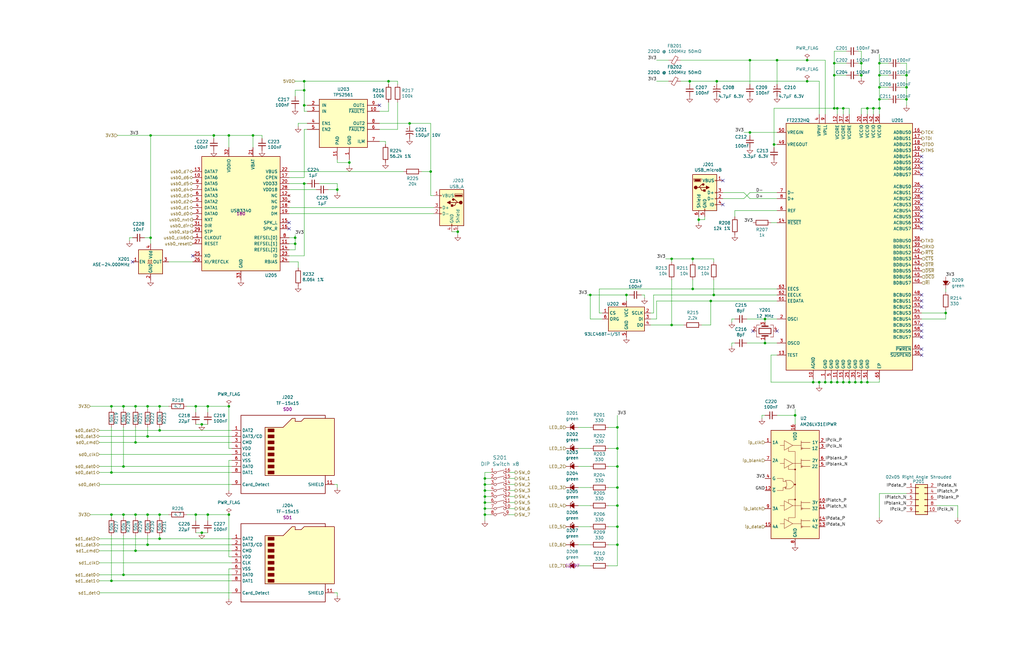
<source format=kicad_sch>
(kicad_sch (version 20250114) (generator "eeschema") (generator_version "9.0")
  (paper "B")
  (title_block (title "QSIC - QBUS Storage & I/O Card") (date "2025-03-28") (rev "0.4"))
  (junction (at 90.17 57.15))
  (junction (at 204.47 201.93))
  (junction (at 335.28 175.26))
  (junction (at 142.24 80.01))
  (junction (at 292.1 109.22))
  (junction (at 204.47 209.55))
  (junction (at 322.58 144.78))
  (junction (at 96.52 57.15))
  (junction (at 62.23 184.15))
  (junction (at 62.23 217.17))
  (junction (at 63.5 100.33))
  (junction (at 204.47 207.01))
  (junction (at 283.21 109.22))
  (junction (at 368.3 45.72))
  (junction (at 345.44 161.29))
  (junction (at 347.98 161.29))
  (junction (at 340.36 34.29))
  (junction (at 62.23 229.87))
  (junction (at 340.36 25.4))
  (junction (at 96.52 217.17))
  (junction (at 363.22 161.29))
  (junction (at 363.22 26.67))
  (junction (at 128.27 34.29))
  (junction (at 87.63 171.45))
  (junction (at 370.84 45.72))
  (junction (at 382.27 36.83))
  (junction (at 292.1 121.92))
  (junction (at 172.72 52.07))
  (junction (at 398.78 132.08))
  (junction (at 360.68 161.29))
  (junction (at 302.26 34.29))
  (junction (at 322.58 134.62))
  (junction (at 316.23 25.4))
  (junction (at 382.27 31.75))
  (junction (at 355.6 45.72))
  (junction (at 327.66 25.4))
  (junction (at 67.31 217.17))
  (junction (at 82.55 171.45))
  (junction (at 294.64 92.71))
  (junction (at 260.35 229.87))
  (junction (at 342.9 161.29))
  (junction (at 96.52 171.45))
  (junction (at 181.61 72.39))
  (junction (at 260.35 213.36))
  (junction (at 290.83 34.29))
  (junction (at 370.84 26.67))
  (junction (at 260.35 189.23))
  (junction (at 365.76 161.29))
  (junction (at 82.55 217.17))
  (junction (at 300.99 124.46))
  (junction (at 204.47 212.09))
  (junction (at 370.84 31.75))
  (junction (at 350.52 161.29))
  (junction (at 128.27 77.47))
  (junction (at 260.35 205.74))
  (junction (at 260.35 196.85))
  (junction (at 67.31 181.61))
  (junction (at 52.07 242.57))
  (junction (at 52.07 217.17))
  (junction (at 248.92 124.46))
  (junction (at 365.76 45.72))
  (junction (at 85.09 224.79))
  (junction (at 124.46 100.33))
  (junction (at 62.23 171.45))
  (junction (at 264.16 124.46))
  (junction (at 46.99 199.39))
  (junction (at 260.35 222.25))
  (junction (at 57.15 186.69))
  (junction (at 52.07 171.45))
  (junction (at 370.84 36.83))
  (junction (at 163.83 34.29))
  (junction (at 283.21 137.16))
  (junction (at 46.99 171.45))
  (junction (at 353.06 45.72))
  (junction (at 124.46 102.87))
  (junction (at 46.99 245.11))
  (junction (at 370.84 41.91))
  (junction (at 351.79 31.75))
  (junction (at 193.04 97.79))
  (junction (at 106.68 57.15))
  (junction (at 46.99 217.17))
  (junction (at 260.35 180.34))
  (junction (at 326.39 60.96))
  (junction (at 52.07 196.85))
  (junction (at 316.23 55.88))
  (junction (at 363.22 31.75))
  (junction (at 204.47 214.63))
  (junction (at 57.15 171.45))
  (junction (at 204.47 217.17))
  (junction (at 204.47 204.47))
  (junction (at 57.15 217.17))
  (junction (at 128.27 44.45))
  (junction (at 147.32 68.58))
  (junction (at 355.6 161.29))
  (junction (at 63.5 57.15))
  (junction (at 299.72 127))
  (junction (at 67.31 227.33))
  (junction (at 351.79 26.67))
  (junction (at 85.09 179.07))
  (junction (at 358.14 161.29))
  (junction (at 67.31 171.45))
  (junction (at 128.27 38.1))
  (junction (at 351.79 45.72))
  (junction (at 353.06 161.29))
  (junction (at 87.63 217.17))
  (junction (at 382.27 41.91))
  (junction (at 57.15 232.41))
  (no_connect (at 388.62 81.28))
  (no_connect (at 388.62 139.7))
  (no_connect (at 388.62 66.04))
  (no_connect (at 304.8 86.36))
  (no_connect (at 304.8 76.2))
  (no_connect (at 317.5 139.7))
  (no_connect (at 388.62 83.82))
  (no_connect (at 388.62 129.54))
  (no_connect (at 388.62 124.46))
  (no_connect (at 388.62 142.24))
  (no_connect (at 160.02 44.45))
  (no_connect (at 388.62 137.16))
  (no_connect (at 388.62 127))
  (no_connect (at 327.66 139.7))
  (no_connect (at 388.62 68.58))
  (no_connect (at 388.62 86.36))
  (no_connect (at 388.62 71.12))
  (no_connect (at 388.62 91.44))
  (no_connect (at 388.62 88.9))
  (no_connect (at 388.62 78.74))
  (no_connect (at 121.92 93.98))
  (no_connect (at 388.62 93.98))
  (no_connect (at 388.62 73.66))
  (no_connect (at 388.62 149.86))
  (no_connect (at 55.88 110.49))
  (no_connect (at 121.92 96.52))
  (no_connect (at 388.62 147.32))
  (no_connect (at 81.28 107.95))
  (no_connect (at 388.62 96.52))
  (wire (pts (xy 52.07 217.17) (xy 57.15 217.17)))
  (wire (pts (xy 256.54 189.23) (xy 260.35 189.23)))
  (wire (pts (xy 294.64 92.71) (xy 294.64 93.98)))
  (wire (pts (xy 124.46 100.33) (xy 124.46 99.06)))
  (wire (pts (xy 260.35 222.25) (xy 260.35 229.87)))
  (wire (pts (xy 62.23 226.06) (xy 62.23 229.87)))
  (wire (pts (xy 283.21 118.11) (xy 283.21 137.16)))
  (wire (pts (xy 217.17 214.63) (xy 214.63 214.63)))
  (wire (pts (xy 388.62 132.08) (xy 398.78 132.08)))
  (wire (pts (xy 207.01 209.55) (xy 204.47 209.55)))
  (wire (pts (xy 71.12 110.49) (xy 81.28 110.49)))
  (wire (pts (xy 295.91 137.16) (xy 299.72 137.16)))
  (wire (pts (xy 342.9 161.29) (xy 345.44 161.29)))
  (wire (pts (xy 358.14 161.29) (xy 358.14 160.02)))
  (wire (pts (xy 41.91 196.85) (xy 52.07 196.85)))
  (wire (pts (xy 316.23 35.56) (xy 316.23 25.4)))
  (wire (pts (xy 314.96 144.78) (xy 322.58 144.78)))
  (wire (pts (xy 41.91 242.57) (xy 52.07 242.57)))
  (wire (pts (xy 370.84 22.86) (xy 370.84 26.67)))
  (wire (pts (xy 96.52 194.31) (xy 96.52 207.01)))
  (wire (pts (xy 355.6 45.72) (xy 355.6 48.26)))
  (wire (pts (xy 300.99 124.46) (xy 327.66 124.46)))
  (wire (pts (xy 52.07 180.34) (xy 52.07 196.85)))
  (wire (pts (xy 353.06 45.72) (xy 353.06 48.26)))
  (wire (pts (xy 57.15 217.17) (xy 57.15 218.44)))
  (wire (pts (xy 252.73 132.08) (xy 254 132.08)))
  (wire (pts (xy 275.59 124.46) (xy 300.99 124.46)))
  (wire (pts (xy 160.02 59.69) (xy 162.56 59.69)))
  (wire (pts (xy 54.61 100.33) (xy 55.88 100.33)))
  (wire (pts (xy 52.07 171.45) (xy 52.07 172.72)))
  (wire (pts (xy 365.76 45.72) (xy 368.3 45.72)))
  (wire (pts (xy 46.99 180.34) (xy 46.99 199.39)))
  (wire (pts (xy 379.73 31.75) (xy 382.27 31.75)))
  (wire (pts (xy 276.86 127) (xy 276.86 134.62)))
  (wire (pts (xy 87.63 219.71) (xy 87.63 217.17)))
  (wire (pts (xy 96.52 189.23) (xy 97.79 189.23)))
  (wire (pts (xy 368.3 45.72) (xy 370.84 45.72)))
  (wire (pts (xy 124.46 34.29) (xy 128.27 34.29)))
  (wire (pts (xy 62.23 171.45) (xy 67.31 171.45)))
  (wire (pts (xy 326.39 45.72) (xy 326.39 60.96)))
  (wire (pts (xy 300.99 110.49) (xy 300.99 109.22)))
  (wire (pts (xy 160.02 54.61) (xy 167.64 54.61)))
  (wire (pts (xy 207.01 212.09) (xy 204.47 212.09)))
  (wire (pts (xy 361.95 21.59) (xy 363.22 21.59)))
  (wire (pts (xy 297.18 92.71) (xy 294.64 92.71)))
  (wire (pts (xy 398.78 134.62) (xy 398.78 132.08)))
  (wire (pts (xy 54.61 101.6) (xy 54.61 100.33)))
  (wire (pts (xy 358.14 45.72) (xy 358.14 48.26)))
  (wire (pts (xy 128.27 38.1) (xy 128.27 44.45)))
  (wire (pts (xy 316.23 81.28) (xy 313.69 83.82)))
  (wire (pts (xy 335.28 172.72) (xy 335.28 175.26)))
  (wire (pts (xy 398.78 121.92) (xy 398.78 123.19)))
  (wire (pts (xy 260.35 189.23) (xy 260.35 196.85)))
  (wire (pts (xy 327.66 175.26) (xy 335.28 175.26)))
  (wire (pts (xy 46.99 217.17) (xy 38.1 217.17)))
  (wire (pts (xy 142.24 68.58) (xy 142.24 67.31)))
  (wire (pts (xy 351.79 31.75) (xy 351.79 45.72)))
  (wire (pts (xy 313.69 81.28) (xy 316.23 83.82)))
  (wire (pts (xy 121.92 77.47) (xy 128.27 77.47)))
  (wire (pts (xy 97.79 199.39) (xy 46.99 199.39)))
  (wire (pts (xy 243.84 222.25) (xy 248.92 222.25)))
  (wire (pts (xy 340.36 25.4) (xy 347.98 25.4)))
  (wire (pts (xy 327.66 25.4) (xy 340.36 25.4)))
  (wire (pts (xy 300.99 118.11) (xy 300.99 124.46)))
  (wire (pts (xy 283.21 109.22) (xy 292.1 109.22)))
  (wire (pts (xy 353.06 161.29) (xy 355.6 161.29)))
  (wire (pts (xy 121.92 90.17) (xy 182.88 90.17)))
  (wire (pts (xy 382.27 26.67) (xy 382.27 31.75)))
  (wire (pts (xy 287.02 34.29) (xy 290.83 34.29)))
  (wire (pts (xy 121.92 80.01) (xy 133.35 80.01)))
  (wire (pts (xy 41.91 232.41) (xy 57.15 232.41)))
  (wire (pts (xy 63.5 100.33) (xy 63.5 102.87)))
  (wire (pts (xy 128.27 34.29) (xy 128.27 38.1)))
  (wire (pts (xy 308.61 134.62) (xy 309.88 134.62)))
  (wire (pts (xy 283.21 137.16) (xy 288.29 137.16)))
  (wire (pts (xy 314.96 134.62) (xy 322.58 134.62)))
  (wire (pts (xy 374.65 31.75) (xy 370.84 31.75)))
  (wire (pts (xy 360.68 161.29) (xy 363.22 161.29)))
  (wire (pts (xy 128.27 74.93) (xy 121.92 74.93)))
  (wire (pts (xy 292.1 109.22) (xy 300.99 109.22)))
  (wire (pts (xy 128.27 46.99) (xy 128.27 44.45)))
  (wire (pts (xy 264.16 127) (xy 264.16 124.46)))
  (wire (pts (xy 90.17 57.15) (xy 96.52 57.15)))
  (wire (pts (xy 181.61 72.39) (xy 181.61 82.55)))
  (wire (pts (xy 256.54 222.25) (xy 260.35 222.25)))
  (wire (pts (xy 243.84 189.23) (xy 248.92 189.23)))
  (wire (pts (xy 125.73 110.49) (xy 125.73 113.03)))
  (wire (pts (xy 204.47 209.55) (xy 204.47 212.09)))
  (wire (pts (xy 67.31 217.17) (xy 67.31 218.44)))
  (wire (pts (xy 350.52 161.29) (xy 350.52 160.02)))
  (wire (pts (xy 57.15 232.41) (xy 97.79 232.41)))
  (wire (pts (xy 302.26 34.29) (xy 340.36 34.29)))
  (wire (pts (xy 78.74 171.45) (xy 82.55 171.45)))
  (wire (pts (xy 361.95 31.75) (xy 363.22 31.75)))
  (wire (pts (xy 351.79 26.67) (xy 351.79 31.75)))
  (wire (pts (xy 274.32 134.62) (xy 276.86 134.62)))
  (wire (pts (xy 67.31 226.06) (xy 67.31 227.33)))
  (wire (pts (xy 379.73 36.83) (xy 382.27 36.83)))
  (wire (pts (xy 243.84 180.34) (xy 248.92 180.34)))
  (wire (pts (xy 38.1 171.45) (xy 46.99 171.45)))
  (wire (pts (xy 355.6 161.29) (xy 355.6 160.02)))
  (wire (pts (xy 325.12 93.98) (xy 327.66 93.98)))
  (wire (pts (xy 125.73 53.34) (xy 125.73 52.07)))
  (wire (pts (xy 260.35 196.85) (xy 260.35 205.74)))
  (wire (pts (xy 308.61 135.89) (xy 308.61 134.62)))
  (wire (pts (xy 181.61 82.55) (xy 182.88 82.55)))
  (wire (pts (xy 353.06 45.72) (xy 355.6 45.72)))
  (wire (pts (xy 142.24 80.01) (xy 142.24 81.28)))
  (wire (pts (xy 326.39 62.23) (xy 326.39 60.96)))
  (wire (pts (xy 87.63 217.17) (xy 96.52 217.17)))
  (wire (pts (xy 382.27 41.91) (xy 382.27 44.45)))
  (wire (pts (xy 96.52 240.03) (xy 96.52 252.73)))
  (wire (pts (xy 370.84 45.72) (xy 370.84 48.26)))
  (wire (pts (xy 140.97 250.19) (xy 142.24 250.19)))
  (wire (pts (xy 379.73 41.91) (xy 382.27 41.91)))
  (wire (pts (xy 96.52 217.17) (xy 96.52 234.95)))
  (wire (pts (xy 322.58 135.89) (xy 322.58 134.62)))
  (wire (pts (xy 365.76 161.29) (xy 370.84 161.29)))
  (wire (pts (xy 353.06 161.29) (xy 353.06 160.02)))
  (wire (pts (xy 325.12 149.86) (xy 325.12 161.29)))
  (wire (pts (xy 204.47 214.63) (xy 204.47 217.17)))
  (wire (pts (xy 204.47 201.93) (xy 204.47 204.47)))
  (wire (pts (xy 67.31 171.45) (xy 71.12 171.45)))
  (wire (pts (xy 87.63 171.45) (xy 96.52 171.45)))
  (wire (pts (xy 363.22 45.72) (xy 363.22 48.26)))
  (wire (pts (xy 41.91 227.33) (xy 67.31 227.33)))
  (wire (pts (xy 177.8 72.39) (xy 181.61 72.39)))
  (wire (pts (xy 340.36 34.29) (xy 345.44 34.29)))
  (wire (pts (xy 217.17 209.55) (xy 214.63 209.55)))
  (wire (pts (xy 67.31 171.45) (xy 67.31 172.72)))
  (wire (pts (xy 121.92 100.33) (xy 124.46 100.33)))
  (wire (pts (xy 260.35 205.74) (xy 260.35 213.36)))
  (wire (pts (xy 96.52 57.15) (xy 96.52 62.23)))
  (wire (pts (xy 260.35 175.26) (xy 260.35 180.34)))
  (wire (pts (xy 388.62 134.62) (xy 398.78 134.62)))
  (wire (pts (xy 342.9 160.02) (xy 342.9 161.29)))
  (wire (pts (xy 121.92 105.41) (xy 124.46 105.41)))
  (wire (pts (xy 335.28 175.26) (xy 335.28 179.07)))
  (wire (pts (xy 322.58 143.51) (xy 322.58 144.78)))
  (wire (pts (xy 82.55 219.71) (xy 82.55 217.17)))
  (wire (pts (xy 87.63 173.99) (xy 87.63 171.45)))
  (wire (pts (xy 370.84 31.75) (xy 370.84 36.83)))
  (wire (pts (xy 256.54 238.76) (xy 260.35 238.76)))
  (wire (pts (xy 163.83 46.99) (xy 163.83 43.18)))
  (wire (pts (xy 85.09 179.07) (xy 87.63 179.07)))
  (wire (pts (xy 142.24 204.47) (xy 142.24 205.74)))
  (wire (pts (xy 358.14 161.29) (xy 360.68 161.29)))
  (wire (pts (xy 374.65 36.83) (xy 370.84 36.83)))
  (wire (pts (xy 142.24 68.58) (xy 147.32 68.58)))
  (wire (pts (xy 57.15 171.45) (xy 62.23 171.45)))
  (wire (pts (xy 271.78 124.46) (xy 270.51 124.46)))
  (wire (pts (xy 370.84 208.28) (xy 370.84 218.44)))
  (wire (pts (xy 57.15 226.06) (xy 57.15 232.41)))
  (wire (pts (xy 106.68 57.15) (xy 106.68 62.23)))
  (wire (pts (xy 121.92 110.49) (xy 125.73 110.49)))
  (wire (pts (xy 363.22 21.59) (xy 363.22 26.67)))
  (wire (pts (xy 160.02 52.07) (xy 172.72 52.07)))
  (wire (pts (xy 365.76 45.72) (xy 365.76 48.26)))
  (wire (pts (xy 134.62 77.47) (xy 142.24 77.47)))
  (wire (pts (xy 368.3 45.72) (xy 368.3 48.26)))
  (wire (pts (xy 353.06 45.72) (xy 351.79 45.72)))
  (wire (pts (xy 129.54 44.45) (xy 128.27 44.45)))
  (wire (pts (xy 321.31 175.26) (xy 321.31 176.53)))
  (wire (pts (xy 52.07 226.06) (xy 52.07 242.57)))
  (wire (pts (xy 57.15 217.17) (xy 62.23 217.17)))
  (wire (pts (xy 46.99 217.17) (xy 52.07 217.17)))
  (wire (pts (xy 167.64 35.56) (xy 167.64 34.29)))
  (wire (pts (xy 121.92 102.87) (xy 124.46 102.87)))
  (wire (pts (xy 308.61 146.05) (xy 308.61 144.78)))
  (wire (pts (xy 90.17 58.42) (xy 90.17 57.15)))
  (wire (pts (xy 138.43 80.01) (xy 142.24 80.01)))
  (wire (pts (xy 316.23 57.15) (xy 316.23 55.88)))
  (wire (pts (xy 382.27 36.83) (xy 382.27 41.91)))
  (wire (pts (xy 264.16 124.46) (xy 265.43 124.46)))
  (wire (pts (xy 142.24 77.47) (xy 142.24 80.01)))
  (wire (pts (xy 46.99 245.11) (xy 97.79 245.11)))
  (wire (pts (xy 309.88 88.9) (xy 327.66 88.9)))
  (wire (pts (xy 46.99 171.45) (xy 52.07 171.45)))
  (wire (pts (xy 297.18 91.44) (xy 297.18 92.71)))
  (wire (pts (xy 290.83 34.29) (xy 302.26 34.29)))
  (wire (pts (xy 204.47 199.39) (xy 207.01 199.39)))
  (wire (pts (xy 355.6 161.29) (xy 358.14 161.29)))
  (wire (pts (xy 347.98 161.29) (xy 350.52 161.29)))
  (wire (pts (xy 63.5 57.15) (xy 90.17 57.15)))
  (wire (pts (xy 129.54 46.99) (xy 128.27 46.99)))
  (wire (pts (xy 97.79 237.49) (xy 41.91 237.49)))
  (wire (pts (xy 313.69 83.82) (xy 304.8 83.82)))
  (wire (pts (xy 57.15 180.34) (xy 57.15 186.69)))
  (wire (pts (xy 41.91 229.87) (xy 62.23 229.87)))
  (wire (pts (xy 128.27 54.61) (xy 128.27 74.93)))
  (wire (pts (xy 46.99 171.45) (xy 46.99 172.72)))
  (wire (pts (xy 163.83 34.29) (xy 128.27 34.29)))
  (wire (pts (xy 41.91 245.11) (xy 46.99 245.11)))
  (wire (pts (xy 403.86 213.36) (xy 403.86 218.44)))
  (wire (pts (xy 128.27 77.47) (xy 128.27 107.95)))
  (wire (pts (xy 87.63 224.79) (xy 85.09 224.79)))
  (wire (pts (xy 316.23 25.4) (xy 327.66 25.4)))
  (wire (pts (xy 82.55 171.45) (xy 87.63 171.45)))
  (wire (pts (xy 370.84 36.83) (xy 370.84 41.91)))
  (wire (pts (xy 57.15 171.45) (xy 57.15 172.72)))
  (wire (pts (xy 147.32 69.85) (xy 147.32 68.58)))
  (wire (pts (xy 243.84 213.36) (xy 248.92 213.36)))
  (wire (pts (xy 356.87 26.67) (xy 351.79 26.67)))
  (wire (pts (xy 292.1 118.11) (xy 292.1 121.92)))
  (wire (pts (xy 256.54 180.34) (xy 260.35 180.34)))
  (wire (pts (xy 252.73 121.92) (xy 252.73 132.08)))
  (wire (pts (xy 97.79 191.77) (xy 41.91 191.77)))
  (wire (pts (xy 283.21 109.22) (xy 280.67 109.22)))
  (wire (pts (xy 41.91 204.47) (xy 97.79 204.47)))
  (wire (pts (xy 62.23 172.72) (xy 62.23 171.45)))
  (wire (pts (xy 121.92 87.63) (xy 182.88 87.63)))
  (wire (pts (xy 60.96 100.33) (xy 63.5 100.33)))
  (wire (pts (xy 243.84 229.87) (xy 248.92 229.87)))
  (wire (pts (xy 260.35 180.34) (xy 260.35 189.23)))
  (wire (pts (xy 128.27 77.47) (xy 129.54 77.47)))
  (wire (pts (xy 57.15 186.69) (xy 97.79 186.69)))
  (wire (pts (xy 96.52 194.31) (xy 97.79 194.31)))
  (wire (pts (xy 356.87 31.75) (xy 351.79 31.75)))
  (wire (pts (xy 256.54 229.87) (xy 260.35 229.87)))
  (wire (pts (xy 62.23 184.15) (xy 97.79 184.15)))
  (wire (pts (xy 363.22 161.29) (xy 365.76 161.29)))
  (wire (pts (xy 243.84 238.76) (xy 248.92 238.76)))
  (wire (pts (xy 110.49 57.15) (xy 110.49 58.42)))
  (wire (pts (xy 243.84 196.85) (xy 248.92 196.85)))
  (wire (pts (xy 363.22 45.72) (xy 365.76 45.72)))
  (wire (pts (xy 82.55 173.99) (xy 82.55 171.45)))
  (wire (pts (xy 309.88 91.44) (xy 309.88 88.9)))
  (wire (pts (xy 243.84 205.74) (xy 248.92 205.74)))
  (wire (pts (xy 96.52 57.15) (xy 106.68 57.15)))
  (wire (pts (xy 322.58 144.78) (xy 327.66 144.78)))
  (wire (pts (xy 193.04 97.79) (xy 190.5 97.79)))
  (wire (pts (xy 52.07 196.85) (xy 97.79 196.85)))
  (wire (pts (xy 217.17 199.39) (xy 214.63 199.39)))
  (wire (pts (xy 217.17 201.93) (xy 214.63 201.93)))
  (wire (pts (xy 327.66 55.88) (xy 316.23 55.88)))
  (wire (pts (xy 347.98 161.29) (xy 347.98 160.02)))
  (wire (pts (xy 345.44 34.29) (xy 345.44 48.26)))
  (wire (pts (xy 124.46 102.87) (xy 124.46 100.33)))
  (wire (pts (xy 327.66 149.86) (xy 325.12 149.86)))
  (wire (pts (xy 52.07 171.45) (xy 57.15 171.45)))
  (wire (pts (xy 274.32 137.16) (xy 283.21 137.16)))
  (wire (pts (xy 204.47 204.47) (xy 204.47 207.01)))
  (wire (pts (xy 204.47 199.39) (xy 204.47 201.93)))
  (wire (pts (xy 147.32 68.58) (xy 147.32 67.31)))
  (wire (pts (xy 172.72 52.07) (xy 172.72 53.34)))
  (wire (pts (xy 207.01 217.17) (xy 204.47 217.17)))
  (wire (pts (xy 370.84 26.67) (xy 370.84 31.75)))
  (wire (pts (xy 62.23 229.87) (xy 97.79 229.87)))
  (wire (pts (xy 374.65 26.67) (xy 370.84 26.67)))
  (wire (pts (xy 361.95 26.67) (xy 363.22 26.67)))
  (wire (pts (xy 360.68 161.29) (xy 360.68 160.02)))
  (wire (pts (xy 276.86 34.29) (xy 281.94 34.29)))
  (wire (pts (xy 248.92 124.46) (xy 264.16 124.46)))
  (wire (pts (xy 41.91 186.69) (xy 57.15 186.69)))
  (wire (pts (xy 382.27 31.75) (xy 382.27 36.83)))
  (wire (pts (xy 207.01 207.01) (xy 204.47 207.01)))
  (wire (pts (xy 379.73 26.67) (xy 382.27 26.67)))
  (wire (pts (xy 308.61 144.78) (xy 309.88 144.78)))
  (wire (pts (xy 256.54 196.85) (xy 260.35 196.85)))
  (wire (pts (xy 46.99 217.17) (xy 46.99 218.44)))
  (wire (pts (xy 394.97 213.36) (xy 403.86 213.36)))
  (wire (pts (xy 248.92 124.46) (xy 248.92 134.62)))
  (wire (pts (xy 124.46 38.1) (xy 128.27 38.1)))
  (wire (pts (xy 96.52 171.45) (xy 96.52 189.23)))
  (wire (pts (xy 256.54 205.74) (xy 260.35 205.74)))
  (wire (pts (xy 46.99 226.06) (xy 46.99 245.11)))
  (wire (pts (xy 356.87 21.59) (xy 351.79 21.59)))
  (wire (pts (xy 128.27 107.95) (xy 121.92 107.95)))
  (wire (pts (xy 207.01 204.47) (xy 204.47 204.47)))
  (wire (pts (xy 351.79 45.72) (xy 326.39 45.72)))
  (wire (pts (xy 322.58 175.26) (xy 321.31 175.26)))
  (wire (pts (xy 67.31 217.17) (xy 71.12 217.17)))
  (wire (pts (xy 370.84 161.29) (xy 370.84 160.02)))
  (wire (pts (xy 327.66 81.28) (xy 316.23 81.28)))
  (wire (pts (xy 41.91 184.15) (xy 62.23 184.15)))
  (wire (pts (xy 275.59 132.08) (xy 275.59 124.46)))
  (wire (pts (xy 252.73 121.92) (xy 292.1 121.92)))
  (wire (pts (xy 276.86 127) (xy 299.72 127)))
  (wire (pts (xy 62.23 180.34) (xy 62.23 184.15)))
  (wire (pts (xy 96.52 234.95) (xy 97.79 234.95)))
  (wire (pts (xy 207.01 201.93) (xy 204.47 201.93)))
  (wire (pts (xy 326.39 60.96) (xy 327.66 60.96)))
  (wire (pts (xy 290.83 34.29) (xy 290.83 35.56)))
  (wire (pts (xy 304.8 81.28) (xy 313.69 81.28)))
  (wire (pts (xy 292.1 121.92) (xy 327.66 121.92)))
  (wire (pts (xy 294.64 91.44) (xy 294.64 92.71)))
  (wire (pts (xy 363.22 31.75) (xy 363.22 33.02)))
  (wire (pts (xy 217.17 217.17) (xy 214.63 217.17)))
  (wire (pts (xy 327.66 35.56) (xy 327.66 25.4)))
  (wire (pts (xy 125.73 52.07) (xy 129.54 52.07)))
  (wire (pts (xy 163.83 35.56) (xy 163.83 34.29)))
  (wire (pts (xy 49.53 57.15) (xy 63.5 57.15)))
  (wire (pts (xy 256.54 213.36) (xy 260.35 213.36)))
  (wire (pts (xy 345.44 162.56) (xy 345.44 161.29)))
  (wire (pts (xy 398.78 132.08) (xy 398.78 130.81)))
  (wire (pts (xy 370.84 45.72) (xy 370.84 41.91)))
  (wire (pts (xy 82.55 217.17) (xy 87.63 217.17)))
  (wire (pts (xy 167.64 34.29) (xy 163.83 34.29)))
  (wire (pts (xy 283.21 109.22) (xy 283.21 110.49)))
  (wire (pts (xy 106.68 57.15) (xy 110.49 57.15)))
  (wire (pts (xy 363.22 26.67) (xy 363.22 31.75)))
  (wire (pts (xy 204.47 207.01) (xy 204.47 209.55)))
  (wire (pts (xy 248.92 134.62) (xy 254 134.62)))
  (wire (pts (xy 160.02 46.99) (xy 163.83 46.99)))
  (wire (pts (xy 172.72 52.07) (xy 181.61 52.07)))
  (wire (pts (xy 374.65 41.91) (xy 370.84 41.91)))
  (wire (pts (xy 355.6 45.72) (xy 358.14 45.72)))
  (wire (pts (xy 85.09 224.79) (xy 82.55 224.79)))
  (wire (pts (xy 260.35 229.87) (xy 260.35 238.76)))
  (wire (pts (xy 217.17 207.01) (xy 214.63 207.01)))
  (wire (pts (xy 292.1 110.49) (xy 292.1 109.22)))
  (wire (pts (xy 350.52 161.29) (xy 353.06 161.29)))
  (wire (pts (xy 162.56 59.69) (xy 162.56 60.96)))
  (wire (pts (xy 167.64 54.61) (xy 167.64 43.18)))
  (wire (pts (xy 302.26 35.56) (xy 302.26 34.29)))
  (wire (pts (xy 322.58 134.62) (xy 327.66 134.62)))
  (wire (pts (xy 52.07 217.17) (xy 52.07 218.44)))
  (wire (pts (xy 217.17 212.09) (xy 214.63 212.09)))
  (wire (pts (xy 62.23 217.17) (xy 67.31 217.17)))
  (wire (pts (xy 363.22 161.29) (xy 363.22 160.02)))
  (wire (pts (xy 316.23 55.88) (xy 313.69 55.88)))
  (wire (pts (xy 67.31 181.61) (xy 97.79 181.61)))
  (wire (pts (xy 78.74 217.17) (xy 82.55 217.17)))
  (wire (pts (xy 82.55 179.07) (xy 85.09 179.07)))
  (wire (pts (xy 207.01 214.63) (xy 204.47 214.63)))
  (wire (pts (xy 128.27 54.61) (xy 129.54 54.61)))
  (wire (pts (xy 193.04 99.06) (xy 193.04 97.79)))
  (wire (pts (xy 62.23 218.44) (xy 62.23 217.17)))
  (wire (pts (xy 41.91 250.19) (xy 97.79 250.19)))
  (wire (pts (xy 299.72 127) (xy 299.72 137.16)))
  (wire (pts (xy 260.35 213.36) (xy 260.35 222.25)))
  (wire (pts (xy 276.86 25.4) (xy 281.94 25.4)))
  (wire (pts (xy 142.24 250.19) (xy 142.24 251.46)))
  (wire (pts (xy 140.97 204.47) (xy 142.24 204.47)))
  (wire (pts (xy 287.02 25.4) (xy 316.23 25.4)))
  (wire (pts (xy 204.47 217.17) (xy 204.47 219.71)))
  (wire (pts (xy 41.91 181.61) (xy 67.31 181.61)))
  (wire (pts (xy 351.79 21.59) (xy 351.79 26.67)))
  (wire (pts (xy 365.76 161.29) (xy 365.76 160.02)))
  (wire (pts (xy 124.46 105.41) (xy 124.46 102.87)))
  (wire (pts (xy 316.23 83.82) (xy 327.66 83.82)))
  (wire (pts (xy 41.91 199.39) (xy 46.99 199.39)))
  (wire (pts (xy 67.31 227.33) (xy 97.79 227.33)))
  (wire (pts (xy 52.07 242.57) (xy 97.79 242.57)))
  (wire (pts (xy 299.72 127) (xy 327.66 127)))
  (wire (pts (xy 247.65 124.46) (xy 248.92 124.46)))
  (wire (pts (xy 63.5 57.15) (xy 63.5 100.33)))
  (wire (pts (xy 347.98 25.4) (xy 347.98 48.26)))
  (wire (pts (xy 271.78 125.73) (xy 271.78 124.46)))
  (wire (pts (xy 67.31 180.34) (xy 67.31 181.61)))
  (wire (pts (xy 181.61 52.07) (xy 181.61 72.39)))
  (wire (pts (xy 345.44 161.29) (xy 347.98 161.29)))
  (wire (pts (xy 96.52 240.03) (xy 97.79 240.03)))
  (wire (pts (xy 170.18 72.39) (xy 121.92 72.39)))
  (wire (pts (xy 124.46 40.64) (xy 124.46 38.1)))
  (wire (pts (xy 217.17 204.47) (xy 214.63 204.47)))
  (wire (pts (xy 370.84 208.28) (xy 382.27 208.28)))
  (wire (pts (xy 274.32 132.08) (xy 275.59 132.08)))
  (wire (pts (xy 325.12 161.29) (xy 342.9 161.29)))
  (wire (pts (xy 204.47 212.09) (xy 204.47 214.63)))
  (label "IPdata_N" (at 347.98 222.25 0))
  (label "IPdata_P" (at 347.98 219.71 0))
  (label "IPdata_P" (at 382.27 205.74 180))
  (label "IPlatch_N" (at 347.98 214.63 0))
  (label "IPblank_P" (at 394.97 210.82 0))
  (label "D-" (at 318.77 81.28 0))
  (label "IPlatch_N" (at 382.27 210.82 180))
  (label "IPlatch_P" (at 347.98 212.09 0))
  (label "3V3" (at 276.86 25.4 180))
  (label "IPlatch_P" (at 394.97 208.28 0))
  (label "GND" (at 322.58 207.01 180))
  (label "D+" (at 318.77 83.82 0))
  (label "3V3" (at 335.28 172.72 180))
  (label "IPclk_N" (at 347.98 189.23 0))
  (label "3V3" (at 124.46 99.06 0))
  (label "IPblank_N" (at 382.27 213.36 180))
  (label "3V3" (at 398.78 116.84 0))
  (label "3V3" (at 276.86 34.29 180))
  (label "IPblank_P" (at 347.98 194.31 0))
  (label "IPdata_N" (at 394.97 205.74 0))
  (label "3V3" (at 370.84 22.86 180))
  (label "3V3" (at 280.67 109.22 180))
  (label "IPclk_N" (at 394.97 215.9 0))
  (label "3V3" (at 58.42 57.15 180))
  (label "IPclk_P" (at 347.98 186.69 0))
  (label "IPblank_N" (at 347.98 196.85 0))
  (label "3V3" (at 260.35 175.26 0))
  (label "3V3" (at 247.65 124.46 180))
  (label "3V3" (at 317.5 93.98 180))
  (label "3V3" (at 322.58 201.93 180))
  (label "IPclk_P" (at 382.27 215.9 180))
  (label "3V3" (at 313.69 55.88 180))
  (hierarchical_label "ip_data" (shape input) (at 322.58 222.25 180))
  (hierarchical_label "sd0_dat3" (shape bidirectional) (at 41.91 184.15 180))
  (hierarchical_label "sd1_dat3" (shape bidirectional) (at 41.91 229.87 180))
  (hierarchical_label "sd0_dat0" (shape bidirectional) (at 41.91 196.85 180))
  (hierarchical_label "LED_7" (shape input) (at 238.76 238.76 180))
  (hierarchical_label "ip_latch" (shape input) (at 322.58 214.63 180))
  (hierarchical_label "sd0_det" (shape output) (at 41.91 204.47 180))
  (hierarchical_label "ip_blank" (shape input) (at 322.58 194.31 180))
  (hierarchical_label "~{CTS}" (shape input) (at 388.62 109.22 0))
  (hierarchical_label "sd0_clk" (shape input) (at 41.91 191.77 180))
  (hierarchical_label "SW_7" (shape output) (at 217.17 217.17 0))
  (hierarchical_label "sd1_clk" (shape input) (at 41.91 237.49 180))
  (hierarchical_label "3V3" (shape input) (at 49.53 57.15 180))
  (hierarchical_label "LED_4" (shape input) (at 238.76 213.36 180))
  (hierarchical_label "3V3" (shape input) (at 38.1 217.17 180))
  (hierarchical_label "LED_3" (shape input) (at 238.76 205.74 180))
  (hierarchical_label "SW_2" (shape output) (at 217.17 204.47 0))
  (hierarchical_label "sd1_dat1" (shape bidirectional) (at 41.91 245.11 180))
  (hierarchical_label "sd1_dat0" (shape bidirectional) (at 41.91 242.57 180))
  (hierarchical_label "TDO" (shape input) (at 388.62 60.96 0))
  (hierarchical_label "usb0_d7" (shape bidirectional) (at 81.28 72.39 180))
  (hierarchical_label "TDI" (shape output) (at 388.62 58.42 0))
  (hierarchical_label "usb0_d3" (shape bidirectional) (at 81.28 82.55 180))
  (hierarchical_label "usb0_d2" (shape bidirectional) (at 81.28 85.09 180))
  (hierarchical_label "TCK" (shape output) (at 388.62 55.88 0))
  (hierarchical_label "TXD" (shape output) (at 388.62 101.6 0))
  (hierarchical_label "sd0_cmd" (shape input) (at 41.91 186.69 180))
  (hierarchical_label "LED_5" (shape input) (at 238.76 222.25 180))
  (hierarchical_label "sd1_det" (shape output) (at 41.91 250.19 180))
  (hierarchical_label "usb0_d0" (shape bidirectional) (at 81.28 90.17 180))
  (hierarchical_label "~{RI}" (shape input) (at 388.62 119.38 0))
  (hierarchical_label "SW_0" (shape output) (at 217.17 199.39 0))
  (hierarchical_label "3V3" (shape input) (at 38.1 171.45 180))
  (hierarchical_label "~{DCD}" (shape input) (at 388.62 116.84 0))
  (hierarchical_label "usb0_reset" (shape input) (at 81.28 102.87 180))
  (hierarchical_label "SW_4" (shape output) (at 217.17 209.55 0))
  (hierarchical_label "usb0_dir" (shape output) (at 81.28 95.25 180))
  (hierarchical_label "SW_6" (shape output) (at 217.17 214.63 0))
  (hierarchical_label "usb0_stp" (shape output) (at 81.28 97.79 180))
  (hierarchical_label "usb0_d1" (shape bidirectional) (at 81.28 87.63 180))
  (hierarchical_label "LED_0" (shape input) (at 238.76 180.34 180))
  (hierarchical_label "sd0_dat2" (shape bidirectional) (at 41.91 181.61 180))
  (hierarchical_label "usb0_d5" (shape bidirectional) (at 81.28 77.47 180))
  (hierarchical_label "LED_1" (shape input) (at 238.76 189.23 180))
  (hierarchical_label "SW_5" (shape output) (at 217.17 212.09 0))
  (hierarchical_label "5V0" (shape input) (at 124.46 34.29 180))
  (hierarchical_label "usb0_d4" (shape bidirectional) (at 81.28 80.01 180))
  (hierarchical_label "sd0_dat1" (shape bidirectional) (at 41.91 199.39 180))
  (hierarchical_label "ip_clk" (shape input) (at 322.58 186.69 180))
  (hierarchical_label "~{DSR}" (shape input) (at 388.62 114.3 0))
  (hierarchical_label "RXD" (shape input) (at 388.62 104.14 0))
  (hierarchical_label "~{DTR}" (shape output) (at 388.62 111.76 0))
  (hierarchical_label "LED_2" (shape input) (at 238.76 196.85 180))
  (hierarchical_label "usb0_clk60" (shape output) (at 81.28 100.33 180))
  (hierarchical_label "~{RTS}" (shape output) (at 388.62 106.68 0))
  (hierarchical_label "TMS" (shape output) (at 388.62 63.5 0))
  (hierarchical_label "usb0_d6" (shape bidirectional) (at 81.28 74.93 180))
  (hierarchical_label "usb0_nxt" (shape output) (at 81.28 92.71 180))
  (hierarchical_label "SW_1" (shape output) (at 217.17 201.93 0))
  (hierarchical_label "sd1_dat2" (shape bidirectional) (at 41.91 227.33 180))
  (hierarchical_label "LED_6" (shape input) (at 238.76 229.87 180))
  (hierarchical_label "sd1_cmd" (shape input) (at 41.91 232.41 180))
  (hierarchical_label "SW_3" (shape output) (at 217.17 207.01 0))
  (symbol (lib_id "power:GND") (at 193.04 99.06 0) (unit 1)
    (property "Reference" "#PWR0233" (effects (hide yes)))
    (property "Value" "GND" (effects (hide yes)))
  )
  (symbol (lib_id "myLib:DIP-Switch-8") (at 209.55 199.39 0) (unit 1)
    (property "Reference" "S201" (at 210.82 193.1162 0) (effects (font (size 1.524 1.524))))
    (property "Value" "DIP Switch x8" (at 210.82 195.8086 0) (effects (font (size 1.524 1.524))))
    (property "Footprint" "Button_Switch_SMD:SW_DIP_SPSTx08_Slide_Omron_A6S-810x_W8.9mm_P2.54mm" (effects (hide yes)))
    (property "Description" "8 position switch SMD 0.1\" pitch" (effects (hide yes)))
    (property "Manu" "Omron Electronics" (effects (hide yes)))
    (property "type" "SMD" (effects (hide yes)))
    (property "MPN" "A6S-8101-H" (effects (hide yes)))
    (property "JLCPCB Part" "C319032" (effects (hide yes)))
    (property "FT Rotation Offset" "90" (effects (hide yes)))
  )
  (symbol (lib_id "power:GND") (at 204.47 219.71 0) (mirror y) (unit 1)
    (property "Reference" "#PWR0209" (effects (hide yes)))
    (property "Value" "GND" (effects (hide yes)))
  )
  (symbol (lib_id "Connector:USB_A") (at 190.5 87.63 0) (mirror y) (unit 1)
    (property "Reference" "J203" (at 195.58 76.2 0) (effects (justify left)))
    (property "Value" "USB_A" (at 195.58 78.74 0) (effects (justify left)))
    (property "Footprint" "myMods:Amphenol_87583_USB_A" (effects (hide yes)))
    (property "Description" "USB A jack" (effects (hide yes)))
    (property "Manu" "Amphenol" (effects (hide yes)))
    (property "type" "hybrid" (effects (hide yes)))
    (property "MPN" "87583-3010" (effects (hide yes)))
    (property "JLCPCB Part" "C599120" (effects (hide yes)))
  )
  (symbol (lib_id "myLib:USB3340") (at 101.6 90.17 0) (unit 1)
    (property "Reference" "U205" (at 114.3 116.205 0))
    (property "Value" "USB3340" (at 101.6 88.9 0))
    (property "Footprint" "Package_DFN_QFN:QFN-32-1EP_5x5mm_P0.5mm_EP3.3x3.3mm" (effects (hide yes)))
    (property "Datasheet" "http://ww1.microchip.com/downloads/en/DeviceDoc/USB3340-Data-Sheet-DS00001678C.pdf" (effects (hide yes)))
    (property "Description" "USB ULPI Transceiver" (effects (hide yes)))
    (property "Manu" "Microchip" (effects (hide yes)))
    (property "type" "SMD" (effects (hide yes)))
    (property "MPN" "USB3340-EZK" (effects (hide yes)))
    (property "FT Rotation Offset" "180" (at 101.6 90.17 0))
  )
  (symbol (lib_id "power:GND") (at 101.6 118.11 0) (unit 1)
    (property "Reference" "#PWR0236" (effects (hide yes)))
    (property "Value" "GND" (effects (hide yes)))
  )
  (symbol (lib_id "Interface_USB:TPS2561") (at 144.78 52.07 0) (unit 1)
    (property "Reference" "U203" (at 144.78 37.6682 0))
    (property "Value" "TPS2561" (at 144.78 39.9796 0))
    (property "Footprint" "Package_SON:VSON-10-1EP_3x3mm_P0.5mm_EP1.65x2.4mm_ThermalVias" (effects (hide yes)))
    (property "Datasheet" "http://www.ti.com/lit/ds/symlink/tps2561.pdf" (effects (hide yes)))
    (property "Description" "Current-limited Power Switch" (effects (hide yes)))
    (property "Manu" "TI" (effects (hide yes)))
    (property "type" "SMD" (effects (hide yes)))
    (property "MPN" "TPS2561DRCR" (effects (hide yes)))
  )
  (symbol (lib_id "Device:R") (at 163.83 39.37 0) (unit 1)
    (property "Reference" "R216" (at 162.1282 38.2016 0) (effects (justify right)))
    (property "Value" "100k" (at 162.1282 40.513 0) (effects (justify right)))
    (property "Footprint" "Resistor_SMD:R_0603_1608Metric" (effects (hide yes)))
    (property "Description" "Res 100k 0603" (effects (hide yes)))
    (property "type" "SMD" (effects (hide yes)))
    (property "MPN" "RC0603FR-07100KL" (effects (hide yes)))
  )
  (symbol (lib_id "Device:R") (at 167.64 39.37 0) (unit 1)
    (property "Reference" "R217" (at 169.3672 38.2016 0) (effects (justify left)))
    (property "Value" "100k" (at 169.3672 40.513 0) (effects (justify left)))
    (property "Footprint" "Resistor_SMD:R_0603_1608Metric" (effects (hide yes)))
    (property "Description" "Res 100k 0603" (effects (hide yes)))
    (property "type" "SMD" (effects (hide yes)))
    (property "MPN" "RC0603FR-07100KL" (effects (hide yes)))
  )
  (symbol (lib_id "power:GND") (at 147.32 69.85 0) (unit 1)
    (property "Reference" "#PWR0225" (effects (hide yes)))
    (property "Value" "GND" (effects (hide yes)))
  )
  (symbol (lib_id "Device:C_Polarized_Small_US") (at 172.72 55.88 0) (unit 1)
    (property "Reference" "C221" (at 175.0314 54.7116 0) (effects (justify left)))
    (property "Value" "150µF 10V" (at 175.0314 57.023 0) (effects (justify left)))
    (property "Footprint" "Capacitor_SMD:C_Elec_6.3x7.7" (effects (hide yes)))
    (property "type" "SMD" (effects (hide yes)))
    (property "MPN" "EEEFTV151XAP" (effects (hide yes)))
    (property "JLCPCB Part" "C178603" (effects (hide yes)))
    (property "FT Rotation Offset" "180" (effects (hide yes)))
  )
  (symbol (lib_id "power:GND") (at 172.72 58.42 0) (unit 1)
    (property "Reference" "#PWR0221" (effects (hide yes)))
    (property "Value" "GND" (effects (hide yes)))
  )
  (symbol (lib_id "Device:R") (at 162.56 64.77 0) (unit 1)
    (property "Reference" "R224" (at 164.2872 63.6016 0) (effects (justify left)))
    (property "Value" "56.2k 1%" (at 164.2872 65.913 0) (effects (justify left)))
    (property "Footprint" "Resistor_SMD:R_0603_1608Metric" (effects (hide yes)))
    (property "Description" "Res 56.2k 1% 0603" (effects (hide yes)))
    (property "type" "SMD" (effects (hide yes)))
    (property "MPN" "RC0603FR-0756K2L" (effects (hide yes)))
    (property "JLCPCB Part" "C482887" (effects (hide yes)))
  )
  (symbol (lib_id "power:GND") (at 162.56 68.58 0) (unit 1)
    (property "Reference" "#PWR0224" (effects (hide yes)))
    (property "Value" "GND" (effects (hide yes)))
  )
  (symbol (lib_id "Device:C_Small") (at 124.46 43.18 0) (unit 1)
    (property "Reference" "C217" (at 122.1486 42.0116 0) (effects (justify right)))
    (property "Value" "100nF" (at 122.1486 44.323 0) (effects (justify right)))
    (property "Footprint" "Capacitor_SMD:C_0603_1608Metric" (effects (hide yes)))
    (property "Description" "Cap 100nF 0603" (effects (hide yes)))
    (property "type" "SMD" (effects (hide yes)))
    (property "MPN" "CL10B104KO8NNNC" (effects (hide yes)))
  )
  (symbol (lib_id "power:GND") (at 124.46 45.72 0) (unit 1)
    (property "Reference" "#PWR0217" (effects (hide yes)))
    (property "Value" "GND" (effects (hide yes)))
  )
  (symbol (lib_id "Device:R") (at 252.73 180.34 270) (unit 1)
    (property "Reference" "R201" (at 252.73 175.0822 90))
    (property "Value" "330" (at 252.73 177.3936 90))
    (property "Footprint" "Resistor_SMD:R_0603_1608Metric" (effects (hide yes)))
    (property "Description" "Res 240 0603" (effects (hide yes)))
    (property "type" "SMD" (effects (hide yes)))
    (property "MPN" "RC0603FR-07330RL" (effects (hide yes)))
  )
  (symbol (lib_id "Device:LED_Small_Filled") (at 241.3 180.34 0) (unit 1)
    (property "Reference" "D201" (at 241.3 174.371 0))
    (property "Value" "green" (at 241.3 176.6824 0))
    (property "Footprint" "LED_SMD:LED_0603_1608Metric" (effects (hide yes)))
    (property "Description" "LED 0603 green" (effects (hide yes)))
    (property "Manu" "Lite-On" (effects (hide yes)))
    (property "type" "SMD" (effects (hide yes)))
    (property "MPN" "LTST-C190KGKT" (effects (hide yes)))
    (property "JLCPCB Part" "C2297" (effects (hide yes)))
  )
  (symbol (lib_id "Device:R") (at 252.73 189.23 270) (unit 1)
    (property "Reference" "R202" (at 252.73 183.9722 90))
    (property "Value" "330" (at 252.73 186.2836 90))
    (property "Footprint" "Resistor_SMD:R_0603_1608Metric" (effects (hide yes)))
    (property "Description" "Res 240 0603" (effects (hide yes)))
    (property "type" "SMD" (effects (hide yes)))
    (property "MPN" "RC0603FR-07330RL" (effects (hide yes)))
  )
  (symbol (lib_id "Device:LED_Small_Filled") (at 241.3 189.23 0) (unit 1)
    (property "Reference" "D202" (at 241.3 183.261 0))
    (property "Value" "green" (at 241.3 185.5724 0))
    (property "Footprint" "LED_SMD:LED_0603_1608Metric" (effects (hide yes)))
    (property "Description" "LED 0603 green" (effects (hide yes)))
    (property "Manu" "Lite-On" (effects (hide yes)))
    (property "type" "SMD" (effects (hide yes)))
    (property "MPN" "LTST-C190KGKT" (effects (hide yes)))
    (property "JLCPCB Part" "C2297" (effects (hide yes)))
  )
  (symbol (lib_id "Device:R") (at 252.73 196.85 270) (unit 1)
    (property "Reference" "R203" (at 252.73 191.5922 90))
    (property "Value" "330" (at 252.73 193.9036 90))
    (property "Footprint" "Resistor_SMD:R_0603_1608Metric" (effects (hide yes)))
    (property "Description" "Res 240 0603" (effects (hide yes)))
    (property "type" "SMD" (effects (hide yes)))
    (property "MPN" "RC0603FR-07330RL" (effects (hide yes)))
  )
  (symbol (lib_id "Device:LED_Small_Filled") (at 241.3 196.85 0) (unit 1)
    (property "Reference" "D203" (at 241.3 190.881 0))
    (property "Value" "green" (at 241.3 193.1924 0))
    (property "Footprint" "LED_SMD:LED_0603_1608Metric" (effects (hide yes)))
    (property "Description" "LED 0603 green" (effects (hide yes)))
    (property "Manu" "Lite-On" (effects (hide yes)))
    (property "type" "SMD" (effects (hide yes)))
    (property "MPN" "LTST-C190KGKT" (effects (hide yes)))
    (property "JLCPCB Part" "C2297" (effects (hide yes)))
  )
  (symbol (lib_id "Device:R") (at 252.73 205.74 270) (unit 1)
    (property "Reference" "R204" (at 252.73 200.4822 90))
    (property "Value" "330" (at 252.73 202.7936 90))
    (property "Footprint" "Resistor_SMD:R_0603_1608Metric" (effects (hide yes)))
    (property "Description" "Res 240 0603" (effects (hide yes)))
    (property "type" "SMD" (effects (hide yes)))
    (property "MPN" "RC0603FR-07330RL" (effects (hide yes)))
  )
  (symbol (lib_id "Device:LED_Small_Filled") (at 241.3 205.74 0) (unit 1)
    (property "Reference" "D204" (at 241.3 199.771 0))
    (property "Value" "green" (at 241.3 202.0824 0))
    (property "Footprint" "LED_SMD:LED_0603_1608Metric" (effects (hide yes)))
    (property "Description" "LED 0603 green" (effects (hide yes)))
    (property "Manu" "Lite-On" (effects (hide yes)))
    (property "type" "SMD" (effects (hide yes)))
    (property "MPN" "LTST-C190KGKT" (effects (hide yes)))
    (property "JLCPCB Part" "C2297" (effects (hide yes)))
  )
  (symbol (lib_id "Device:R") (at 252.73 213.36 270) (unit 1)
    (property "Reference" "R205" (at 252.73 208.1022 90))
    (property "Value" "330" (at 252.73 210.4136 90))
    (property "Footprint" "Resistor_SMD:R_0603_1608Metric" (effects (hide yes)))
    (property "Description" "Res 240 0603" (effects (hide yes)))
    (property "type" "SMD" (effects (hide yes)))
    (property "MPN" "RC0603FR-07330RL" (effects (hide yes)))
  )
  (symbol (lib_id "Device:LED_Small_Filled") (at 241.3 213.36 0) (unit 1)
    (property "Reference" "D205" (at 241.3 207.391 0))
    (property "Value" "green" (at 241.3 209.7024 0))
    (property "Footprint" "LED_SMD:LED_0603_1608Metric" (effects (hide yes)))
    (property "Description" "LED 0603 green" (effects (hide yes)))
    (property "Manu" "Lite-On" (effects (hide yes)))
    (property "type" "SMD" (effects (hide yes)))
    (property "MPN" "LTST-C190KGKT" (effects (hide yes)))
    (property "JLCPCB Part" "C2297" (effects (hide yes)))
  )
  (symbol (lib_id "Device:R") (at 252.73 222.25 270) (unit 1)
    (property "Reference" "R206" (at 252.73 216.9922 90))
    (property "Value" "330" (at 252.73 219.3036 90))
    (property "Footprint" "Resistor_SMD:R_0603_1608Metric" (effects (hide yes)))
    (property "Description" "Res 240 0603" (effects (hide yes)))
    (property "type" "SMD" (effects (hide yes)))
    (property "MPN" "RC0603FR-07330RL" (effects (hide yes)))
  )
  (symbol (lib_id "Device:LED_Small_Filled") (at 241.3 222.25 0) (unit 1)
    (property "Reference" "D206" (at 241.3 216.281 0))
    (property "Value" "green" (at 241.3 218.5924 0))
    (property "Footprint" "LED_SMD:LED_0603_1608Metric" (effects (hide yes)))
    (property "Description" "LED 0603 green" (effects (hide yes)))
    (property "Manu" "Lite-On" (effects (hide yes)))
    (property "type" "SMD" (effects (hide yes)))
    (property "MPN" "LTST-C190KGKT" (effects (hide yes)))
    (property "JLCPCB Part" "C2297" (effects (hide yes)))
  )
  (symbol (lib_id "Device:R") (at 252.73 229.87 270) (unit 1)
    (property "Reference" "R209" (at 252.73 224.6122 90))
    (property "Value" "330" (at 252.73 226.9236 90))
    (property "Footprint" "Resistor_SMD:R_0603_1608Metric" (effects (hide yes)))
    (property "Description" "Res 240 0603" (effects (hide yes)))
    (property "type" "SMD" (effects (hide yes)))
    (property "MPN" "RC0603FR-07330RL" (effects (hide yes)))
  )
  (symbol (lib_id "Device:LED_Small_Filled") (at 241.3 229.87 0) (unit 1)
    (property "Reference" "D207" (at 241.3 223.901 0))
    (property "Value" "green" (at 241.3 226.2124 0))
    (property "Footprint" "LED_SMD:LED_0603_1608Metric" (effects (hide yes)))
    (property "Description" "LED 0603 green" (effects (hide yes)))
    (property "Manu" "Lite-On" (effects (hide yes)))
    (property "type" "SMD" (effects (hide yes)))
    (property "MPN" "LTST-C190KGKT" (effects (hide yes)))
    (property "JLCPCB Part" "C2297" (effects (hide yes)))
  )
  (symbol (lib_id "Device:R") (at 252.73 238.76 270) (unit 1)
    (property "Reference" "R210" (at 252.73 233.5022 90))
    (property "Value" "330" (at 252.73 235.8136 90))
    (property "Footprint" "Resistor_SMD:R_0603_1608Metric" (effects (hide yes)))
    (property "Description" "Res 240 0603" (effects (hide yes)))
    (property "type" "SMD" (effects (hide yes)))
    (property "MPN" "RC0603FR-07330RL" (effects (hide yes)))
  )
  (symbol (lib_id "Device:LED_Small_Filled") (at 241.3 238.76 0) (unit 1)
    (property "Reference" "D208" (at 241.3 232.791 0))
    (property "Value" "green" (at 241.3 235.1024 0))
    (property "Footprint" "LED_SMD:LED_0603_1608Metric" (effects (hide yes)))
    (property "Description" "LED 0603 green" (effects (hide yes)))
    (property "Manu" "Lite-On" (effects (hide yes)))
    (property "type" "SMD" (effects (hide yes)))
    (property "MPN" "LTST-C190KGKT" (effects (hide yes)))
    (property "JLCPCB Part" "C2297" (at 241.3 238.76 0))
  )
  (symbol (lib_id "Device:C_Small") (at 90.17 60.96 0) (unit 1)
    (property "Reference" "C222" (at 87.8586 59.7916 0) (effects (justify right)))
    (property "Value" "100nF" (at 87.8586 62.103 0) (effects (justify right)))
    (property "Footprint" "Capacitor_SMD:C_0603_1608Metric" (effects (hide yes)))
    (property "Description" "Cap 100nF 0603" (effects (hide yes)))
    (property "type" "SMD" (effects (hide yes)))
    (property "MPN" "CL10B104KO8NNNC" (effects (hide yes)))
  )
  (symbol (lib_id "power:GND") (at 90.17 63.5 0) (unit 1)
    (property "Reference" "#PWR0222" (effects (hide yes)))
    (property "Value" "GND" (effects (hide yes)))
  )
  (symbol (lib_id "Device:C_Small") (at 110.49 60.96 0) (unit 1)
    (property "Reference" "C223" (at 112.8268 59.7916 0) (effects (justify left)))
    (property "Value" "100nF" (at 112.8268 62.103 0) (effects (justify left)))
    (property "Footprint" "Capacitor_SMD:C_0603_1608Metric" (effects (hide yes)))
    (property "Description" "Cap 100nF 0603" (effects (hide yes)))
    (property "type" "SMD" (effects (hide yes)))
    (property "MPN" "CL10B104KO8NNNC" (effects (hide yes)))
  )
  (symbol (lib_id "power:GND") (at 110.49 63.5 0) (unit 1)
    (property "Reference" "#PWR0223" (effects (hide yes)))
    (property "Value" "GND" (effects (hide yes)))
  )
  (symbol (lib_id "Device:R") (at 125.73 116.84 0) (unit 1)
    (property "Reference" "R232" (at 127.4572 115.6716 0) (effects (justify left)))
    (property "Value" "8.06k 1%" (at 127.4572 117.983 0) (effects (justify left)))
    (property "Footprint" "Resistor_SMD:R_0603_1608Metric" (effects (hide yes)))
    (property "Description" "Res 8.06k 1% 0603" (effects (hide yes)))
    (property "type" "SMD" (effects (hide yes)))
    (property "MPN" "RC0603FR-078K06L" (effects (hide yes)))
    (property "JLCPCB Part" "C131052" (effects (hide yes)))
  )
  (symbol (lib_id "power:GND") (at 125.73 120.65 0) (unit 1)
    (property "Reference" "#PWR0239" (effects (hide yes)))
    (property "Value" "GND" (effects (hide yes)))
  )
  (symbol (lib_id "Device:C_Small") (at 132.08 77.47 90) (unit 1)
    (property "Reference" "C224" (at 132.08 71.6534 90))
    (property "Value" "1µF" (at 132.08 73.9648 90))
    (property "Footprint" "Capacitor_SMD:C_0603_1608Metric" (effects (hide yes)))
    (property "Description" "Cap 1uF 0603" (effects (hide yes)))
    (property "type" "SMD" (effects (hide yes)))
    (property "MPN" "CL10B105KO8NNNC" (effects (hide yes)))
    (property "JLCPCB Part" "C15849" (effects (hide yes)))
  )
  (symbol (lib_id "power:GND") (at 142.24 81.28 0) (unit 1)
    (property "Reference" "#PWR0230" (effects (hide yes)))
    (property "Value" "GND" (effects (hide yes)))
  )
  (symbol (lib_id "Device:C_Small") (at 135.89 80.01 90) (unit 1)
    (property "Reference" "C225" (at 135.89 83.4898 90))
    (property "Value" "1µF" (at 135.89 85.8012 90))
    (property "Footprint" "Capacitor_SMD:C_0603_1608Metric" (effects (hide yes)))
    (property "Description" "Cap 1uF 0603" (effects (hide yes)))
    (property "type" "SMD" (effects (hide yes)))
    (property "MPN" "CL10B105KO8NNNC" (effects (hide yes)))
    (property "JLCPCB Part" "C15849" (effects (hide yes)))
  )
  (symbol (lib_id "Oscillator:ASE-xxxMHz") (at 63.5 110.49 0) (unit 1)
    (property "Reference" "X201" (at 54.7624 109.3216 0) (effects (justify right)))
    (property "Value" "ASE-24.000MHz" (at 54.7624 111.633 0) (effects (justify right)))
    (property "Footprint" "Oscillator:Oscillator_SMD_Abracon_ASE-4Pin_3.2x2.5mm" (effects (hide yes)))
    (property "Datasheet" "http://www.abracon.com/Oscillators/ASEseries.pdf" (effects (hide yes)))
    (property "Description" "24 MHz oscillator" (effects (hide yes)))
    (property "Manu" "Abracom" (effects (hide yes)))
    (property "type" "SMD" (effects (hide yes)))
    (property "MPN" "ASE-24.000MHZ-LC-T" (effects (hide yes)))
  )
  (symbol (lib_id "power:GND") (at 63.5 118.11 0) (unit 1)
    (property "Reference" "#PWR0235" (effects (hide yes)))
    (property "Value" "GND" (effects (hide yes)))
  )
  (symbol (lib_id "Device:C_Small") (at 58.42 100.33 270) (unit 1)
    (property "Reference" "C228" (at 58.42 94.5134 90))
    (property "Value" "10nF" (at 58.42 96.8248 90))
    (property "Footprint" "Capacitor_SMD:C_0603_1608Metric" (effects (hide yes)))
    (property "Description" "Cap 10nF 0603" (effects (hide yes)))
    (property "type" "SMD" (effects (hide yes)))
    (property "MPN" "CL10B103KB8NNNC" (effects (hide yes)))
  )
  (symbol (lib_id "power:GND") (at 54.61 101.6 0) (unit 1)
    (property "Reference" "#PWR0234" (effects (hide yes)))
    (property "Value" "GND" (effects (hide yes)))
  )
  (symbol (lib_id "Device:R") (at 173.99 72.39 90) (unit 1)
    (property "Reference" "R225" (at 173.99 75.311 90))
    (property "Value" "20k" (at 173.99 77.6224 90))
    (property "Footprint" "Resistor_SMD:R_0603_1608Metric" (effects (hide yes)))
    (property "Description" "Res 20k 0603" (effects (hide yes)))
    (property "type" "SMD" (effects (hide yes)))
    (property "MPN" "RC0603FR-0720KL" (effects (hide yes)))
  )
  (symbol (lib_id "Connector_Generic:Conn_02x05_Odd_Even") (at 387.35 210.82 0) (unit 1)
    (property "Reference" "P201" (at 387.35 203.2 0))
    (property "Value" "02x05 Right Angle Shrouded" (at 387.35 201.295 0))
    (property "Footprint" "myMods:Box_Header_2x05_P2.54mm" (effects (hide yes)))
    (property "Datasheet" "https://drawings-pdf.s3.amazonaws.com/11092.pdf" (effects (hide yes)))
    (property "Description" "Pin Header 02x05 right-angle shrouded 0.1\" pitch" (effects (hide yes)))
    (property "Manu" "Sullins" (effects (hide yes)))
    (property "type" "PTH" (effects (hide yes)))
    (property "MPN" "SBH11-PBPC-D05-RA-BK" (effects (hide yes)))
    (property "JLCPCB Part" "C7434504" (effects (hide yes)))
  )
  (symbol (lib_id "power:GND") (at 403.86 218.44 0) (unit 1)
    (property "Reference" "#PWR0229" (effects (hide yes)))
    (property "Value" "GND" (effects (hide yes)))
  )
  (symbol (lib_id "power:GND") (at 370.84 218.44 0) (unit 1)
    (property "Reference" "#PWR0228" (effects (hide yes)))
    (property "Value" "GND" (effects (hide yes)))
  )
  (symbol (lib_id "power:GND") (at 335.28 229.87 0) (unit 1)
    (property "Reference" "#PWR0232" (effects (hide yes)))
    (property "Value" "GND" (effects (hide yes)))
  )
  (symbol (lib_id "Device:C_Small") (at 325.12 175.26 90) (mirror x) (unit 1)
    (property "Reference" "C220" (at 325.12 169.4434 90))
    (property "Value" "100nF" (at 325.12 171.7548 90))
    (property "Footprint" "Capacitor_SMD:C_0603_1608Metric" (effects (hide yes)))
    (property "Description" "Cap 100nF 0603" (effects (hide yes)))
    (property "type" "SMD" (effects (hide yes)))
    (property "MPN" "CL10B104KO8NNNC" (effects (hide yes)))
  )
  (symbol (lib_id "power:GND") (at 321.31 176.53 0) (mirror y) (unit 1)
    (property "Reference" "#PWR0219" (effects (hide yes)))
    (property "Value" "GND" (effects (hide yes)))
  )
  (symbol (lib_id "Device:C_Small") (at 87.63 176.53 0) (unit 1)
    (property "Reference" "C219" (at 89.9668 175.3616 0) (effects (justify left)))
    (property "Value" "100nF" (at 89.9668 177.673 0) (effects (justify left)))
    (property "Footprint" "Capacitor_SMD:C_0603_1608Metric" (effects (hide yes)))
    (property "Description" "Cap 100nF 0603" (effects (hide yes)))
    (property "type" "SMD" (effects (hide yes)))
    (property "MPN" "CL10B104KO8NNNC" (effects (hide yes)))
  )
  (symbol (lib_id "Device:C_Small") (at 82.55 176.53 0) (unit 1)
    (property "Reference" "C218" (at 80.2386 175.3616 0) (effects (justify right)))
    (property "Value" "22µF" (at 80.2386 177.673 0) (effects (justify right)))
    (property "Footprint" "Capacitor_SMD:C_0603_1608Metric" (effects (hide yes)))
    (property "Description" "Cap 22uF 10V 0603" (effects (hide yes)))
    (property "type" "SMD" (effects (hide yes)))
    (property "MPN" "CL10A226MP8NUNE" (effects (hide yes)))
    (property "JLCPCB Part" "C59461" (effects (hide yes)))
  )
  (symbol (lib_id "Device:C_Small") (at 87.63 222.25 0) (unit 1)
    (property "Reference" "C227" (at 89.9668 221.0816 0) (effects (justify left)))
    (property "Value" "100nF" (at 89.9668 223.393 0) (effects (justify left)))
    (property "Footprint" "Capacitor_SMD:C_0603_1608Metric" (effects (hide yes)))
    (property "Description" "Cap 100nF 0603" (effects (hide yes)))
    (property "type" "SMD" (effects (hide yes)))
    (property "MPN" "CL10B104KO8NNNC" (effects (hide yes)))
  )
  (symbol (lib_id "Device:C_Small") (at 82.55 222.25 0) (unit 1)
    (property "Reference" "C226" (at 80.2386 221.0816 0) (effects (justify right)))
    (property "Value" "22µF" (at 80.2386 223.393 0) (effects (justify right)))
    (property "Footprint" "Capacitor_SMD:C_0603_1608Metric" (effects (hide yes)))
    (property "Description" "Cap 22uF 10V 0603" (effects (hide yes)))
    (property "type" "SMD" (effects (hide yes)))
    (property "MPN" "CL10A226MP8NUNE" (effects (hide yes)))
    (property "JLCPCB Part" "C59461" (effects (hide yes)))
  )
  (symbol (lib_id "power:GND") (at 85.09 179.07 0) (unit 1)
    (property "Reference" "#PWR0218" (effects (hide yes)))
    (property "Value" "GND" (effects (hide yes)))
  )
  (symbol (lib_id "power:GND") (at 85.09 224.79 0) (unit 1)
    (property "Reference" "#PWR0231" (effects (hide yes)))
    (property "Value" "GND" (effects (hide yes)))
  )
  (symbol (lib_id "Device:R") (at 74.93 171.45 270) (unit 1)
    (property "Reference" "R218" (at 74.93 168.91 90))
    (property "Value" "4.7" (at 74.93 171.45 90))
    (property "Footprint" "Resistor_SMD:R_0603_1608Metric" (effects (hide yes)))
    (property "Description" "Res 4.7 0603" (effects (hide yes)))
    (property "type" "SMD" (effects (hide yes)))
    (property "MPN" "RC0603FR-074R7L" (effects (hide yes)))
  )
  (symbol (lib_id "Device:R") (at 74.93 217.17 270) (unit 1)
    (property "Reference" "R226" (at 74.93 214.63 90))
    (property "Value" "4.7" (at 74.93 217.17 90))
    (property "Footprint" "Resistor_SMD:R_0603_1608Metric" (effects (hide yes)))
    (property "Description" "Res 4.7 0603" (effects (hide yes)))
    (property "type" "SMD" (effects (hide yes)))
    (property "MPN" "RC0603FR-074R7L" (effects (hide yes)))
  )
  (symbol (lib_id "power:GND") (at 125.73 53.34 0) (unit 1)
    (property "Reference" "#PWR0220" (effects (hide yes)))
    (property "Value" "GND" (effects (hide yes)))
  )
  (symbol (lib_id "Device:R") (at 52.07 176.53 0) (unit 1)
    (property "Reference" "R220" (at 54.102 176.53 90))
    (property "Value" "50k" (at 52.07 176.53 90))
    (property "Footprint" "Resistor_SMD:R_0603_1608Metric" (effects (hide yes)))
    (property "Description" "Res 50k 0603" (effects (hide yes)))
    (property "type" "SMD" (effects (hide yes)))
    (property "MPN" "RC0603FR-0749K9L" (effects (hide yes)))
  )
  (symbol (lib_id "Device:R") (at 46.99 176.53 0) (unit 1)
    (property "Reference" "R219" (at 49.022 176.53 90))
    (property "Value" "50k" (at 46.99 176.53 90))
    (property "Footprint" "Resistor_SMD:R_0603_1608Metric" (effects (hide yes)))
    (property "Description" "Res 50k 0603" (effects (hide yes)))
    (property "type" "SMD" (effects (hide yes)))
    (property "MPN" "RC0603FR-0749K9L" (effects (hide yes)))
  )
  (symbol (lib_id "Device:R") (at 57.15 176.53 0) (unit 1)
    (property "Reference" "R221" (at 59.182 176.53 90))
    (property "Value" "50k" (at 57.15 176.53 90))
    (property "Footprint" "Resistor_SMD:R_0603_1608Metric" (effects (hide yes)))
    (property "Description" "Res 50k 0603" (effects (hide yes)))
    (property "type" "SMD" (effects (hide yes)))
    (property "MPN" "RC0603FR-0749K9L" (effects (hide yes)))
  )
  (symbol (lib_id "Device:R") (at 67.31 176.53 0) (unit 1)
    (property "Reference" "R223" (at 69.342 176.53 90))
    (property "Value" "50k" (at 67.31 176.53 90))
    (property "Footprint" "Resistor_SMD:R_0603_1608Metric" (effects (hide yes)))
    (property "Description" "Res 50k 0603" (effects (hide yes)))
    (property "type" "SMD" (effects (hide yes)))
    (property "MPN" "RC0603FR-0749K9L" (effects (hide yes)))
  )
  (symbol (lib_id "Device:R") (at 62.23 176.53 0) (unit 1)
    (property "Reference" "R222" (at 64.262 176.53 90))
    (property "Value" "50k" (at 62.23 176.53 90))
    (property "Footprint" "Resistor_SMD:R_0603_1608Metric" (effects (hide yes)))
    (property "Description" "Res 50k 0603" (effects (hide yes)))
    (property "type" "SMD" (effects (hide yes)))
    (property "MPN" "RC0603FR-0749K9L" (effects (hide yes)))
  )
  (symbol (lib_id "power:GND") (at 96.52 207.01 0) (unit 1)
    (property "Reference" "#PWR0227" (effects (hide yes)))
    (property "Value" "GND" (effects (hide yes)))
  )
  (symbol (lib_id "power:GND") (at 142.24 205.74 0) (unit 1)
    (property "Reference" "#PWR0226" (effects (hide yes)))
    (property "Value" "GND" (effects (hide yes)))
  )
  (symbol (lib_id "myLib:TF-15X15-improved") (at 120.65 191.77 0) (unit 1)
    (property "Reference" "J202" (at 121.285 167.64 0))
    (property "Value" "TF-15x15" (at 121.285 170.18 0))
    (property "Footprint" "Imports:TF15X15" (effects (hide yes)))
    (property "Datasheet" "https://jlcpcb.com/api/file/downloadByFileSystemAccessId/8588893693789556736" (effects (hide yes)))
    (property "Description" "Micro SD Card Socket with two card detection pins" (effects (hide yes)))
    (property "Manu" "Hirose" (effects (hide yes)))
    (property "type" "SMD" (effects (hide yes)))
    (property "FT Rotation Offset" "-90" (effects (hide yes)))
    (property "Label" "SD0" (at 121.285 172.72 0))
  )
  (symbol (lib_id "Device:R") (at 52.07 222.25 0) (unit 1)
    (property "Reference" "R228" (at 54.102 222.25 90))
    (property "Value" "50k" (at 52.07 222.25 90))
    (property "Footprint" "Resistor_SMD:R_0603_1608Metric" (effects (hide yes)))
    (property "Description" "Res 50k 0603" (effects (hide yes)))
    (property "type" "SMD" (effects (hide yes)))
    (property "MPN" "RC0603FR-0749K9L" (effects (hide yes)))
  )
  (symbol (lib_id "Device:R") (at 46.99 222.25 0) (unit 1)
    (property "Reference" "R227" (at 49.022 222.25 90))
    (property "Value" "50k" (at 46.99 222.25 90))
    (property "Footprint" "Resistor_SMD:R_0603_1608Metric" (effects (hide yes)))
    (property "Description" "Res 50k 0603" (effects (hide yes)))
    (property "type" "SMD" (effects (hide yes)))
    (property "MPN" "RC0603FR-0749K9L" (effects (hide yes)))
  )
  (symbol (lib_id "Device:R") (at 57.15 222.25 0) (unit 1)
    (property "Reference" "R229" (at 59.182 222.25 90))
    (property "Value" "50k" (at 57.15 222.25 90))
    (property "Footprint" "Resistor_SMD:R_0603_1608Metric" (effects (hide yes)))
    (property "Description" "Res 50k 0603" (effects (hide yes)))
    (property "type" "SMD" (effects (hide yes)))
    (property "MPN" "RC0603FR-0749K9L" (effects (hide yes)))
  )
  (symbol (lib_id "Device:R") (at 67.31 222.25 0) (unit 1)
    (property "Reference" "R231" (at 69.342 222.25 90))
    (property "Value" "50k" (at 67.31 222.25 90))
    (property "Footprint" "Resistor_SMD:R_0603_1608Metric" (effects (hide yes)))
    (property "Description" "Res 50k 0603" (effects (hide yes)))
    (property "type" "SMD" (effects (hide yes)))
    (property "MPN" "RC0603FR-0749K9L" (effects (hide yes)))
  )
  (symbol (lib_id "Device:R") (at 62.23 222.25 0) (unit 1)
    (property "Reference" "R230" (at 64.262 222.25 90))
    (property "Value" "50k" (at 62.23 222.25 90))
    (property "Footprint" "Resistor_SMD:R_0603_1608Metric" (effects (hide yes)))
    (property "Description" "Res 50k 0603" (effects (hide yes)))
    (property "type" "SMD" (effects (hide yes)))
    (property "MPN" "RC0603FR-0749K9L" (effects (hide yes)))
  )
  (symbol (lib_id "power:GND") (at 96.52 252.73 0) (unit 1)
    (property "Reference" "#PWR0238" (effects (hide yes)))
    (property "Value" "GND" (effects (hide yes)))
  )
  (symbol (lib_id "power:GND") (at 142.24 251.46 0) (unit 1)
    (property "Reference" "#PWR0237" (effects (hide yes)))
    (property "Value" "GND" (effects (hide yes)))
  )
  (symbol (lib_id "myLib:TF-15X15-improved") (at 120.65 237.49 0) (unit 1)
    (property "Reference" "J204" (at 121.285 213.36 0))
    (property "Value" "TF-15x15" (at 121.285 215.9 0))
    (property "Footprint" "Imports:TF15X15" (effects (hide yes)))
    (property "Datasheet" "https://jlcpcb.com/api/file/downloadByFileSystemAccessId/8588893693789556736" (effects (hide yes)))
    (property "Description" "Micro SD Card Socket with two card detection pins" (effects (hide yes)))
    (property "Manu" "Hirose" (effects (hide yes)))
    (property "type" "SMD" (effects (hide yes)))
    (property "FT Rotation Offset" "-90" (effects (hide yes)))
    (property "Label" "SD1" (at 121.285 218.44 0))
  )
  (symbol (lib_id "Device:R") (at 283.21 114.3 0) (mirror y) (unit 1)
    (property "Reference" "R213" (at 281.432 113.1316 0) (effects (justify left)))
    (property "Value" "10k" (at 281.432 115.443 0) (effects (justify left)))
    (property "Footprint" "Resistor_SMD:R_0603_1608Metric" (effects (hide yes)))
    (property "Description" "Res 10k 0603" (effects (hide yes)))
    (property "type" "SMD" (effects (hide yes)))
    (property "MPN" "RC0603FR-0710KL" (effects (hide yes)))
  )
  (symbol (lib_id "Device:R") (at 292.1 114.3 0) (mirror y) (unit 1)
    (property "Reference" "R211" (at 290.322 113.1316 0) (effects (justify left)))
    (property "Value" "10k" (at 290.322 115.443 0) (effects (justify left)))
    (property "Footprint" "Resistor_SMD:R_0603_1608Metric" (effects (hide yes)))
    (property "Description" "Res 10k 0603" (effects (hide yes)))
    (property "type" "SMD" (effects (hide yes)))
    (property "MPN" "RC0603FR-0710KL" (effects (hide yes)))
  )
  (symbol (lib_id "power:GND") (at 271.78 125.73 0) (mirror y) (unit 1)
    (property "Reference" "#PWR0212" (effects (hide yes)))
    (property "Value" "GND" (effects (hide yes)))
  )
  (symbol (lib_id "power:GND") (at 264.16 142.24 0) (unit 1)
    (property "Reference" "#PWR0214" (effects (hide yes)))
    (property "Value" "GND" (effects (hide yes)))
  )
  (symbol (lib_id "Device:C_Small") (at 267.97 124.46 270) (unit 1)
    (property "Reference" "C214" (at 267.97 118.6434 90))
    (property "Value" "100nF" (at 267.97 120.9548 90))
    (property "Footprint" "Capacitor_SMD:C_0603_1608Metric" (effects (hide yes)))
    (property "Description" "Cap 100nF 0603" (effects (hide yes)))
    (property "type" "SMD" (effects (hide yes)))
    (property "MPN" "CL10B104KO8NNNC" (effects (hide yes)))
  )
  (symbol (lib_id "Device:R") (at 300.99 114.3 0) (mirror y) (unit 1)
    (property "Reference" "R212" (at 299.212 113.1316 0) (effects (justify left)))
    (property "Value" "10k" (at 299.212 115.443 0) (effects (justify left)))
    (property "Footprint" "Resistor_SMD:R_0603_1608Metric" (effects (hide yes)))
    (property "Description" "Res 10k 0603" (effects (hide yes)))
    (property "type" "SMD" (effects (hide yes)))
    (property "MPN" "RC0603FR-0710KL" (effects (hide yes)))
  )
  (symbol (lib_id "Device:R") (at 292.1 137.16 270) (mirror x) (unit 1)
    (property "Reference" "R215" (at 292.1 131.9022 90))
    (property "Value" "2.2k" (at 292.1 134.2136 90))
    (property "Footprint" "Resistor_SMD:R_0603_1608Metric" (effects (hide yes)))
    (property "Description" "Res 2.2k 0603" (effects (hide yes)))
    (property "type" "SMD" (effects (hide yes)))
    (property "MPN" "RC0603FR-072K2L" (effects (hide yes)))
  )
  (symbol (lib_id "Memory_EEPROM:93CxxC") (at 264.16 134.62 0) (unit 1)
    (property "Reference" "U202" (at 258.445 128.27 0))
    (property "Value" "93LC46BT-I/ST" (at 254 140.97 0))
    (property "Footprint" "Package_SO:TSSOP-8_4.4x3mm_P0.65mm" (effects (hide yes)))
    (property "Datasheet" "http://ww1.microchip.com/downloads/en/DeviceDoc/20001749K.pdf" (effects (hide yes)))
    (property "Description" "1kb Serial EEPROM" (effects (hide yes)))
    (property "Manu" "Microchip" (effects (hide yes)))
    (property "type" "SMD" (effects (hide yes)))
    (property "MPN" "93LC46BC-IST" (effects (hide yes)))
  )
  (symbol (lib_id "Device:C_Small") (at 359.41 21.59 90) (mirror x) (unit 1)
    (property "Reference" "C201" (at 357.505 20.32 90) (effects (justify left)))
    (property "Value" "100nF" (at 367.03 20.32 90) (effects (justify left)))
    (property "Footprint" "Capacitor_SMD:C_0603_1608Metric" (effects (hide yes)))
    (property "Description" "Cap 100nF 0603" (effects (hide yes)))
    (property "type" "SMD" (effects (hide yes)))
    (property "MPN" "CL10B104KO8NNNC" (effects (hide yes)))
  )
  (symbol (lib_id "Device:C_Small") (at 377.19 26.67 90) (unit 1)
    (property "Reference" "C203" (at 375.92 25.4 90) (effects (justify left)))
    (property "Value" "100nF" (at 384.175 25.4 90) (effects (justify left)))
    (property "Footprint" "Capacitor_SMD:C_0603_1608Metric" (effects (hide yes)))
    (property "Description" "Cap 100nF 0603" (effects (hide yes)))
    (property "type" "SMD" (effects (hide yes)))
    (property "MPN" "CL10B104KO8NNNC" (effects (hide yes)))
  )
  (symbol (lib_id "Device:C_Small") (at 377.19 31.75 90) (unit 1)
    (property "Reference" "C205" (at 375.92 30.48 90) (effects (justify left)))
    (property "Value" "100nF" (at 384.175 30.48 90) (effects (justify left)))
    (property "Footprint" "Capacitor_SMD:C_0603_1608Metric" (effects (hide yes)))
    (property "Description" "Cap 100nF 0603" (effects (hide yes)))
    (property "type" "SMD" (effects (hide yes)))
    (property "MPN" "CL10B104KO8NNNC" (effects (hide yes)))
  )
  (symbol (lib_id "Device:C_Small") (at 377.19 36.83 90) (unit 1)
    (property "Reference" "C206" (at 375.92 35.56 90) (effects (justify left)))
    (property "Value" "100nF" (at 384.175 35.56 90) (effects (justify left)))
    (property "Footprint" "Capacitor_SMD:C_0603_1608Metric" (effects (hide yes)))
    (property "Description" "Cap 100nF 0603" (effects (hide yes)))
    (property "type" "SMD" (effects (hide yes)))
    (property "MPN" "CL10B104KO8NNNC" (effects (hide yes)))
  )
  (symbol (lib_id "Device:C_Small") (at 377.19 41.91 90) (unit 1)
    (property "Reference" "C211" (at 375.92 40.64 90) (effects (justify left)))
    (property "Value" "100nF" (at 384.175 40.64 90) (effects (justify left)))
    (property "Footprint" "Capacitor_SMD:C_0603_1608Metric" (effects (hide yes)))
    (property "Description" "Cap 100nF 0603" (effects (hide yes)))
    (property "type" "SMD" (effects (hide yes)))
    (property "MPN" "CL10B104KO8NNNC" (effects (hide yes)))
  )
  (symbol (lib_id "power:GND") (at 316.23 62.23 0) (unit 1)
    (property "Reference" "#PWR0207" (effects (hide yes)))
    (property "Value" "GND" (effects (hide yes)))
  )
  (symbol (lib_id "Device:C_Small") (at 316.23 59.69 0) (unit 1)
    (property "Reference" "C212" (at 309.88 57.785 0) (effects (justify left)))
    (property "Value" "100nF" (at 309.88 61.595 0) (effects (justify left)))
    (property "Footprint" "Capacitor_SMD:C_0603_1608Metric" (effects (hide yes)))
    (property "Description" "Cap 100nF 0603" (effects (hide yes)))
    (property "type" "SMD" (effects (hide yes)))
    (property "MPN" "CL10B104KO8NNNC" (effects (hide yes)))
  )
  (symbol (lib_id "power:GND") (at 309.88 99.06 0) (unit 1)
    (property "Reference" "#PWR0211" (effects (hide yes)))
    (property "Value" "GND" (effects (hide yes)))
  )
  (symbol (lib_id "Device:R") (at 321.31 93.98 270) (mirror x) (unit 1)
    (property "Reference" "R207" (at 321.31 96.901 90))
    (property "Value" "1k" (at 321.31 99.2124 90))
    (property "Footprint" "Resistor_SMD:R_0603_1608Metric" (effects (hide yes)))
    (property "Description" "Res 1k 0603" (effects (hide yes)))
    (property "type" "SMD" (effects (hide yes)))
    (property "MPN" "RC0603FR-071KL" (effects (hide yes)))
  )
  (symbol (lib_id "Device:R") (at 309.88 95.25 0) (mirror y) (unit 1)
    (property "Reference" "R208" (at 308.102 94.0816 0) (effects (justify left)))
    (property "Value" "12k 1%" (at 308.102 96.393 0) (effects (justify left)))
    (property "Footprint" "Resistor_SMD:R_0603_1608Metric" (effects (hide yes)))
    (property "Description" "Res 12k 1% 0603" (effects (hide yes)))
    (property "type" "SMD" (effects (hide yes)))
    (property "MPN" "RC0603FR-0712KL" (effects (hide yes)))
  )
  (symbol (lib_id "Connector:USB_B_Micro") (at 297.18 81.28 0) (unit 1)
    (property "Reference" "J201" (at 298.6278 69.4182 0))
    (property "Value" "USB_microB" (at 298.6278 71.7296 0))
    (property "Footprint" "Connector_USB:USB_Micro-B_Molex_47346-0001" (effects (hide yes)))
    (property "Description" "USB MicroB jack" (effects (hide yes)))
    (property "Manu" "Molex" (effects (hide yes)))
    (property "type" "SMD" (effects (hide yes)))
    (property "MPN" "47346-0001" (effects (hide yes)))
    (property "JLCPCB Part" "C132560" (effects (hide yes)))
  )
  (symbol (lib_id "Device:FerriteBead_Small") (at 284.48 25.4 270) (unit 1)
    (property "Reference" "FB201" (at 284.48 19.3802 90))
    (property "Value" "220Ω @ 100MHz 50mΩ" (at 284.48 21.6916 90))
    (property "Footprint" "Inductor_SMD:L_0805_2012Metric" (effects (hide yes)))
    (property "Description" "Ferrite Bead 220Ω @100MHz 50mΩ" (effects (hide yes)))
    (property "Manu" "Wurth" (effects (hide yes)))
    (property "type" "SMD" (effects (hide yes)))
    (property "MPN" "742792022" (effects (hide yes)))
    (property "JLCPCB Part" "C2661452" (effects (hide yes)))
  )
  (symbol (lib_id "Device:FerriteBead_Small") (at 284.48 34.29 270) (unit 1)
    (property "Reference" "FB202" (at 284.48 28.2702 90))
    (property "Value" "220Ω @ 100MHz 50mΩ" (at 284.48 30.5816 90))
    (property "Footprint" "Inductor_SMD:L_0805_2012Metric" (effects (hide yes)))
    (property "Description" "Ferrite Bead 220Ω @100MHz 50mΩ" (effects (hide yes)))
    (property "Manu" "Wurth" (effects (hide yes)))
    (property "type" "SMD" (effects (hide yes)))
    (property "MPN" "742792022" (effects (hide yes)))
    (property "JLCPCB Part" "C2661452" (effects (hide yes)))
  )
  (symbol (lib_id "power:GND") (at 302.26 40.64 0) (unit 1)
    (property "Reference" "#PWR0203" (effects (hide yes)))
    (property "Value" "GND" (effects (hide yes)))
  )
  (symbol (lib_id "power:GND") (at 290.83 40.64 0) (unit 1)
    (property "Reference" "#PWR0202" (effects (hide yes)))
    (property "Value" "GND" (effects (hide yes)))
  )
  (symbol (lib_id "power:GND") (at 327.66 40.64 0) (unit 1)
    (property "Reference" "#PWR0205" (effects (hide yes)))
    (property "Value" "GND" (effects (hide yes)))
  )
  (symbol (lib_id "power:GND") (at 316.23 40.64 0) (unit 1)
    (property "Reference" "#PWR0204" (effects (hide yes)))
    (property "Value" "GND" (effects (hide yes)))
  )
  (symbol (lib_id "Device:C_Small") (at 290.83 38.1 0) (unit 1)
    (property "Reference" "C207" (at 293.1668 36.9316 0) (effects (justify left)))
    (property "Value" "100nF" (at 293.1668 39.243 0) (effects (justify left)))
    (property "Footprint" "Capacitor_SMD:C_0603_1608Metric" (effects (hide yes)))
    (property "Description" "Cap 100nF 0603" (effects (hide yes)))
    (property "type" "SMD" (effects (hide yes)))
    (property "MPN" "CL10B104KO8NNNC" (effects (hide yes)))
  )
  (symbol (lib_id "Device:C_Small") (at 316.23 38.1 0) (unit 1)
    (property "Reference" "C209" (at 318.5668 36.9316 0) (effects (justify left)))
    (property "Value" "100nF" (at 318.5668 39.243 0) (effects (justify left)))
    (property "Footprint" "Capacitor_SMD:C_0603_1608Metric" (effects (hide yes)))
    (property "Description" "Cap 100nF 0603" (effects (hide yes)))
    (property "type" "SMD" (effects (hide yes)))
    (property "MPN" "CL10B104KO8NNNC" (effects (hide yes)))
  )
  (symbol (lib_id "power:GND") (at 326.39 67.31 0) (unit 1)
    (property "Reference" "#PWR0208" (effects (hide yes)))
    (property "Value" "GND" (effects (hide yes)))
  )
  (symbol (lib_id "Device:C_Small") (at 326.39 64.77 0) (mirror y) (unit 1)
    (property "Reference" "C213" (at 324.0532 63.6016 0) (effects (justify left)))
    (property "Value" "3.3µF 6.3V" (at 324.0532 65.913 0) (effects (justify left)))
    (property "Footprint" "Capacitor_SMD:C_0603_1608Metric" (effects (hide yes)))
    (property "Description" "Cap 3.3uF 6.3V 0603" (effects (hide yes)))
    (property "type" "SMD" (effects (hide yes)))
    (property "MPN" "CL10A335KP8NNNC" (effects (hide yes)))
    (property "JLCPCB Part" "C51412" (effects (hide yes)))
  )
  (symbol (lib_id "power:GND") (at 363.22 33.02 0) (mirror y) (unit 1)
    (property "Reference" "#PWR0201" (effects (hide yes)))
    (property "Value" "GND" (effects (hide yes)))
  )
  (symbol (lib_id "Device:C_Small") (at 359.41 31.75 90) (mirror x) (unit 1)
    (property "Reference" "C204" (at 357.505 30.48 90) (effects (justify left)))
    (property "Value" "100nF" (at 367.03 30.48 90) (effects (justify left)))
    (property "Footprint" "Capacitor_SMD:C_0603_1608Metric" (effects (hide yes)))
    (property "Description" "Cap 100nF 0603" (effects (hide yes)))
    (property "type" "SMD" (effects (hide yes)))
    (property "MPN" "CL10B104KO8NNNC" (effects (hide yes)))
  )
  (symbol (lib_id "Device:C_Small") (at 359.41 26.67 90) (mirror x) (unit 1)
    (property "Reference" "C202" (at 357.505 25.4 90) (effects (justify left)))
    (property "Value" "100nF" (at 367.03 25.4 90) (effects (justify left)))
    (property "Footprint" "Capacitor_SMD:C_0603_1608Metric" (effects (hide yes)))
    (property "Description" "Cap 100nF 0603" (effects (hide yes)))
    (property "type" "SMD" (effects (hide yes)))
    (property "MPN" "CL10B104KO8NNNC" (effects (hide yes)))
  )
  (symbol (lib_id "power:GND") (at 382.27 44.45 0) (unit 1)
    (property "Reference" "#PWR0206" (effects (hide yes)))
    (property "Value" "GND" (effects (hide yes)))
  )
  (symbol (lib_id "Device:C_Polarized_Small_US") (at 327.66 38.1 0) (unit 1)
    (property "Reference" "C210" (at 330.581 36.9316 0) (effects (justify left)))
    (property "Value" "4.7µF 6.3V" (at 328.295 40.64 0) (effects (justify left)))
    (property "Footprint" "Capacitor_SMD:C_0603_1608Metric" (effects (hide yes)))
    (property "Description" "Cap 4.7uF 6.3V 0603" (effects (hide yes)))
    (property "type" "SMD" (effects (hide yes)))
    (property "MPN" "CL10A475KP8NNNC" (effects (hide yes)))
    (property "JLCPCB Part" "C19666" (effects (hide yes)))
  )
  (symbol (lib_id "Device:C_Polarized_Small_US") (at 302.26 38.1 0) (unit 1)
    (property "Reference" "C208" (at 304.5714 36.9316 0) (effects (justify left)))
    (property "Value" "4.7µF 6.3V" (at 302.895 40.64 0) (effects (justify left)))
    (property "Footprint" "Capacitor_SMD:C_0603_1608Metric" (effects (hide yes)))
    (property "Description" "Cap 4.7uF 6.3V 0603" (effects (hide yes)))
    (property "type" "SMD" (effects (hide yes)))
    (property "MPN" "CL10A475KP8NNNC" (effects (hide yes)))
    (property "JLCPCB Part" "C19666" (effects (hide yes)))
  )
  (symbol (lib_id "power:GND") (at 345.44 162.56 0) (unit 1)
    (property "Reference" "#PWR0216" (effects (hide yes)))
    (property "Value" "GND" (effects (hide yes)))
  )
  (symbol (lib_id "power:GND") (at 294.64 93.98 0) (unit 1)
    (property "Reference" "#PWR0210" (effects (hide yes)))
    (property "Value" "GND" (effects (hide yes)))
  )
  (symbol (lib_id "Device:R") (at 398.78 127 0) (mirror y) (unit 1)
    (property "Reference" "R214" (at 400.558 125.8316 0) (effects (justify right)))
    (property "Value" "330" (at 400.558 128.143 0) (effects (justify right)))
    (property "Footprint" "Resistor_SMD:R_0603_1608Metric" (effects (hide yes)))
    (property "Description" "Res 240 0603" (effects (hide yes)))
    (property "type" "SMD" (effects (hide yes)))
    (property "MPN" "RC0603FR-07330RL" (effects (hide yes)))
  )
  (symbol (lib_id "Device:LED_Small_Filled") (at 398.78 119.38 270) (mirror x) (unit 1)
    (property "Reference" "D209" (at 401.2692 118.2116 90) (effects (justify left)))
    (property "Value" "green" (at 401.2692 120.523 90) (effects (justify left)))
    (property "Footprint" "LED_SMD:LED_0603_1608Metric" (effects (hide yes)))
    (property "Description" "LED 0603 green" (effects (hide yes)))
    (property "Manu" "Lite-On" (effects (hide yes)))
    (property "type" "SMD" (effects (hide yes)))
    (property "MPN" "LTST-C190KGKT" (effects (hide yes)))
    (property "JLCPCB Part" "C2297" (effects (hide yes)))
  )
  (symbol (lib_id "myLib:FT2232HQ") (at 358.14 104.14 0) (unit 1)
    (property "Reference" "U201" (at 378.46 50.8 0))
    (property "Value" "FT2232HQ" (at 336.55 50.8 0))
    (property "Footprint" "Package_DFN_QFN:QFN-64-1EP_9x9mm_P0.5mm_EP4.35x4.35mm_ThermalVias" (effects (hide yes)))
    (property "Datasheet" "https://www.ftdichip.com/Support/Documents/DataSheets/ICs/DS_FT2232H.pdf" (effects (hide yes)))
    (property "Description" "Dual High-Speed USB to UART" (effects (hide yes)))
    (property "Manu" "FTDI" (effects (hide yes)))
    (property "type" "SMD" (effects (hide yes)))
    (property "MPN" "FT2232HQ" (effects (hide yes)))
  )
  (symbol (lib_id "Device:C_Small") (at 312.42 144.78 90) (mirror x) (unit 1)
    (property "Reference" "C216" (at 312.42 138.9634 90))
    (property "Value" "8pF" (at 312.42 141.2748 90))
    (property "Footprint" "Capacitor_SMD:C_0603_1608Metric" (effects (hide yes)))
    (property "Description" "Cap 8pF 0603" (effects (hide yes)))
    (property "type" "SMD" (effects (hide yes)))
    (property "MPN" "CL10C8R2DB8NNNC" (effects (hide yes)))
  )
  (symbol (lib_id "Device:C_Small") (at 312.42 134.62 90) (mirror x) (unit 1)
    (property "Reference" "C215" (at 312.42 128.8034 90))
    (property "Value" "8pF" (at 312.42 131.1148 90))
    (property "Footprint" "Capacitor_SMD:C_0603_1608Metric" (effects (hide yes)))
    (property "Description" "Cap 8pF 0603" (effects (hide yes)))
    (property "type" "SMD" (effects (hide yes)))
    (property "MPN" "CL10C8R2DB8NNNC" (effects (hide yes)))
  )
  (symbol (lib_id "power:GND") (at 308.61 146.05 0) (unit 1)
    (property "Reference" "#PWR0215" (effects (hide yes)))
    (property "Value" "GND" (effects (hide yes)))
  )
  (symbol (lib_id "power:GND") (at 308.61 135.89 0) (unit 1)
    (property "Reference" "#PWR0213" (effects (hide yes)))
    (property "Value" "GND" (effects (hide yes)))
  )
  (symbol (lib_id "Device:Crystal_GND24") (at 322.58 139.7 90) (unit 1)
    (property "Reference" "Y201" (at 322.58 130.81 90))
    (property "Value" "12 MHz" (at 322.58 133.35 90))
    (property "Footprint" "Crystal:Crystal_SMD_Abracon_ABM10-4Pin_2.5x2.0mm" (effects (hide yes)))
    (property "Datasheet" "https://abracon.com/Resonators/ABM10-167-12.000MHz.pdf" (effects (hide yes)))
    (property "Description" "12 MHz Crystal" (effects (hide yes)))
    (property "Manu" "Abracom" (effects (hide yes)))
    (property "type" "SMD" (effects (hide yes)))
    (property "MPN" "ABM10-167-12.000MHZ-T3" (effects (hide yes)))
    (property "FT Rotation Offset" "-90" (effects (hide yes)))
  )
  (symbol (lib_id "Interface:AM26LS31CDB") (at 335.28 204.47 0) (unit 1)
    (property "Reference" "U2" (at 337.4233 176.53 0) (effects (justify left)))
    (property "Value" "AM26LV31EIPWR" (at 337.4233 179.07 0) (effects (justify left)))
    (property "Footprint" "Package_SO:TSSOP-16_4.4x5mm_P0.65mm" (effects (hide yes)))
    (property "Datasheet" "https://www.ti.com/lit/ds/symlink/am26ls31.pdf" (effects (hide yes)))
    (property "Description" "32Mbps 3.3V RS485 Quad Line Drivers, SSOP-16" (effects (hide yes)))
    (property "MPN" "AM26LV31EIPWR" (effects (hide yes)))
    (property "JLCPCB Part" "C527447" (effects (hide yes)))
  )
  (symbol (lib_id "power:PWR_FLAG") (at 96.52 171.45 0) (unit 1)
    (property "Reference" "#FLG01" (effects (hide yes)))
    (property "Value" "PWR_FLAG" (at 96.52 166.37 0))
  )
  (symbol (lib_id "power:PWR_FLAG") (at 96.52 217.17 0) (unit 1)
    (property "Reference" "#FLG02" (effects (hide yes)))
    (property "Value" "PWR_FLAG" (at 96.52 212.09 0))
  )
  (symbol (lib_id "power:PWR_FLAG") (at 340.36 34.29 0) (unit 1)
    (property "Reference" "#FLG04" (effects (hide yes)))
    (property "Value" "PWR_FLAG" (at 340.36 29.21 0))
  )
  (symbol (lib_id "power:PWR_FLAG") (at 340.36 25.4 0) (unit 1)
    (property "Reference" "#FLG03" (effects (hide yes)))
    (property "Value" "PWR_FLAG" (at 340.36 20.32 0))
  )
)
</source>
